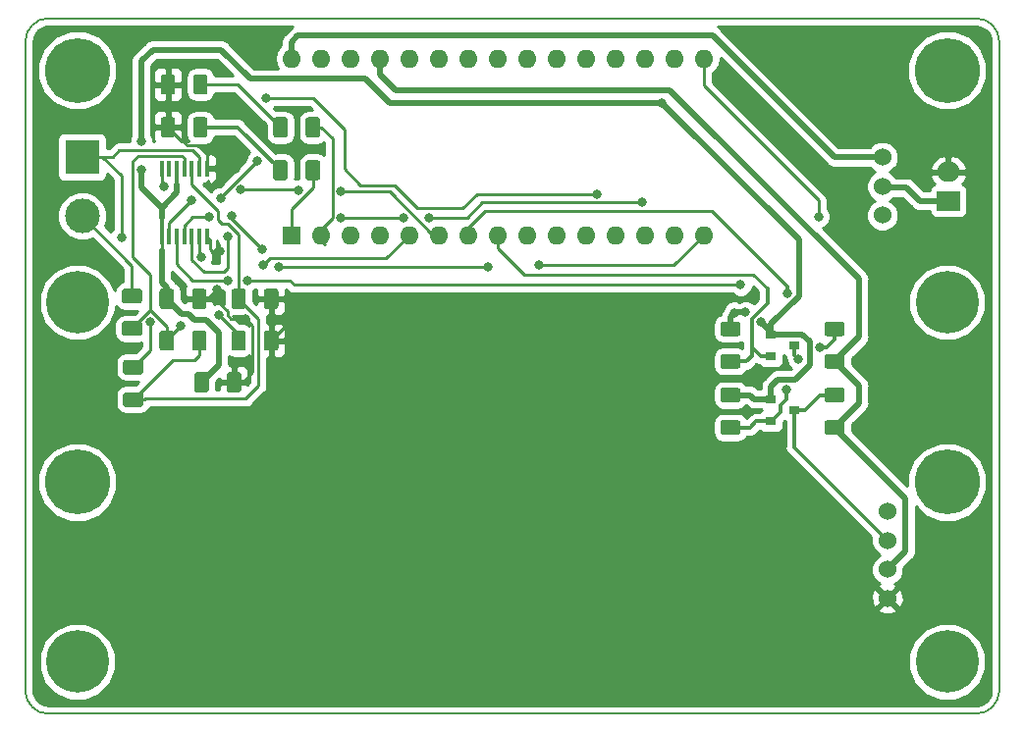
<source format=gbr>
%TF.GenerationSoftware,KiCad,Pcbnew,(5.0.0)*%
%TF.CreationDate,2020-03-04T20:02:55+00:00*%
%TF.ProjectId,Blast Furnace PCB,426C617374204675726E616365205043,rev?*%
%TF.SameCoordinates,Original*%
%TF.FileFunction,Copper,L1,Top,Signal*%
%TF.FilePolarity,Positive*%
%FSLAX46Y46*%
G04 Gerber Fmt 4.6, Leading zero omitted, Abs format (unit mm)*
G04 Created by KiCad (PCBNEW (5.0.0)) date 03/04/20 20:02:55*
%MOMM*%
%LPD*%
G01*
G04 APERTURE LIST*
%ADD10C,0.150000*%
%ADD11C,1.524000*%
%ADD12C,5.600000*%
%ADD13C,5.400000*%
%ADD14R,1.600000X1.600000*%
%ADD15O,1.600000X1.600000*%
%ADD16C,3.000000*%
%ADD17R,3.000000X3.000000*%
%ADD18R,2.000000X1.700000*%
%ADD19O,2.000000X1.700000*%
%ADD20C,1.250000*%
%ADD21R,0.450000X1.450000*%
%ADD22R,0.900000X0.800000*%
%ADD23C,0.800000*%
%ADD24C,0.250000*%
%ADD25C,0.500000*%
%ADD26C,0.300000*%
%ADD27C,0.254000*%
G04 APERTURE END LIST*
D10*
X79100000Y-148600000D02*
G75*
G02X77100000Y-146600000I0J2000000D01*
G01*
X77100000Y-90600000D02*
G75*
G02X79100000Y-88600000I2000000J0D01*
G01*
X159100000Y-88600000D02*
G75*
G02X161100000Y-90600000I0J-2000000D01*
G01*
X161100000Y-146600000D02*
G75*
G02X159100000Y-148600000I-2000000J0D01*
G01*
X77100000Y-90600000D02*
X77100000Y-146600000D01*
X159100000Y-88600000D02*
X79100000Y-88600000D01*
X161100000Y-146600000D02*
X161100000Y-90600000D01*
X79098438Y-148600000D02*
X159100000Y-148600000D01*
D11*
X151450000Y-138650000D03*
X151450000Y-136150000D03*
X151450000Y-133650000D03*
X151450000Y-131150000D03*
D12*
X156600000Y-128600000D03*
X81600000Y-128600000D03*
D13*
X81600000Y-113100000D03*
X156600000Y-113100000D03*
D11*
X151000000Y-100600000D03*
X151000000Y-105600000D03*
X151000000Y-103100000D03*
D14*
X100050000Y-107300000D03*
D15*
X133070000Y-92060000D03*
X102590000Y-107300000D03*
X130530000Y-92060000D03*
X105130000Y-107300000D03*
X127990000Y-92060000D03*
X107670000Y-107300000D03*
X125450000Y-92060000D03*
X110210000Y-107300000D03*
X122910000Y-92060000D03*
X112750000Y-107300000D03*
X120370000Y-92060000D03*
X115290000Y-107300000D03*
X117830000Y-92060000D03*
X117830000Y-107300000D03*
X115290000Y-92060000D03*
X120370000Y-107300000D03*
X112750000Y-92060000D03*
X122910000Y-107300000D03*
X110210000Y-92060000D03*
X125450000Y-107300000D03*
X107670000Y-92060000D03*
X127990000Y-107300000D03*
X105130000Y-92060000D03*
X130530000Y-107300000D03*
X102590000Y-92060000D03*
X133070000Y-107300000D03*
X100050000Y-92060000D03*
X135610000Y-107300000D03*
X135610000Y-92060000D03*
D16*
X82000000Y-105640000D03*
D17*
X82000000Y-100560000D03*
D13*
X156600000Y-144100000D03*
X81600000Y-144100000D03*
D12*
X156600000Y-93100000D03*
X81600000Y-93100000D03*
D18*
X156700000Y-104350000D03*
D19*
X156700000Y-101850000D03*
D10*
G36*
X95499504Y-119126204D02*
X95523773Y-119129804D01*
X95547571Y-119135765D01*
X95570671Y-119144030D01*
X95592849Y-119154520D01*
X95613893Y-119167133D01*
X95633598Y-119181747D01*
X95651777Y-119198223D01*
X95668253Y-119216402D01*
X95682867Y-119236107D01*
X95695480Y-119257151D01*
X95705970Y-119279329D01*
X95714235Y-119302429D01*
X95720196Y-119326227D01*
X95723796Y-119350496D01*
X95725000Y-119375000D01*
X95725000Y-120625000D01*
X95723796Y-120649504D01*
X95720196Y-120673773D01*
X95714235Y-120697571D01*
X95705970Y-120720671D01*
X95695480Y-120742849D01*
X95682867Y-120763893D01*
X95668253Y-120783598D01*
X95651777Y-120801777D01*
X95633598Y-120818253D01*
X95613893Y-120832867D01*
X95592849Y-120845480D01*
X95570671Y-120855970D01*
X95547571Y-120864235D01*
X95523773Y-120870196D01*
X95499504Y-120873796D01*
X95475000Y-120875000D01*
X94725000Y-120875000D01*
X94700496Y-120873796D01*
X94676227Y-120870196D01*
X94652429Y-120864235D01*
X94629329Y-120855970D01*
X94607151Y-120845480D01*
X94586107Y-120832867D01*
X94566402Y-120818253D01*
X94548223Y-120801777D01*
X94531747Y-120783598D01*
X94517133Y-120763893D01*
X94504520Y-120742849D01*
X94494030Y-120720671D01*
X94485765Y-120697571D01*
X94479804Y-120673773D01*
X94476204Y-120649504D01*
X94475000Y-120625000D01*
X94475000Y-119375000D01*
X94476204Y-119350496D01*
X94479804Y-119326227D01*
X94485765Y-119302429D01*
X94494030Y-119279329D01*
X94504520Y-119257151D01*
X94517133Y-119236107D01*
X94531747Y-119216402D01*
X94548223Y-119198223D01*
X94566402Y-119181747D01*
X94586107Y-119167133D01*
X94607151Y-119154520D01*
X94629329Y-119144030D01*
X94652429Y-119135765D01*
X94676227Y-119129804D01*
X94700496Y-119126204D01*
X94725000Y-119125000D01*
X95475000Y-119125000D01*
X95499504Y-119126204D01*
X95499504Y-119126204D01*
G37*
D20*
X95100000Y-120000000D03*
D10*
G36*
X92699504Y-119126204D02*
X92723773Y-119129804D01*
X92747571Y-119135765D01*
X92770671Y-119144030D01*
X92792849Y-119154520D01*
X92813893Y-119167133D01*
X92833598Y-119181747D01*
X92851777Y-119198223D01*
X92868253Y-119216402D01*
X92882867Y-119236107D01*
X92895480Y-119257151D01*
X92905970Y-119279329D01*
X92914235Y-119302429D01*
X92920196Y-119326227D01*
X92923796Y-119350496D01*
X92925000Y-119375000D01*
X92925000Y-120625000D01*
X92923796Y-120649504D01*
X92920196Y-120673773D01*
X92914235Y-120697571D01*
X92905970Y-120720671D01*
X92895480Y-120742849D01*
X92882867Y-120763893D01*
X92868253Y-120783598D01*
X92851777Y-120801777D01*
X92833598Y-120818253D01*
X92813893Y-120832867D01*
X92792849Y-120845480D01*
X92770671Y-120855970D01*
X92747571Y-120864235D01*
X92723773Y-120870196D01*
X92699504Y-120873796D01*
X92675000Y-120875000D01*
X91925000Y-120875000D01*
X91900496Y-120873796D01*
X91876227Y-120870196D01*
X91852429Y-120864235D01*
X91829329Y-120855970D01*
X91807151Y-120845480D01*
X91786107Y-120832867D01*
X91766402Y-120818253D01*
X91748223Y-120801777D01*
X91731747Y-120783598D01*
X91717133Y-120763893D01*
X91704520Y-120742849D01*
X91694030Y-120720671D01*
X91685765Y-120697571D01*
X91679804Y-120673773D01*
X91676204Y-120649504D01*
X91675000Y-120625000D01*
X91675000Y-119375000D01*
X91676204Y-119350496D01*
X91679804Y-119326227D01*
X91685765Y-119302429D01*
X91694030Y-119279329D01*
X91704520Y-119257151D01*
X91717133Y-119236107D01*
X91731747Y-119216402D01*
X91748223Y-119198223D01*
X91766402Y-119181747D01*
X91786107Y-119167133D01*
X91807151Y-119154520D01*
X91829329Y-119144030D01*
X91852429Y-119135765D01*
X91876227Y-119129804D01*
X91900496Y-119126204D01*
X91925000Y-119125000D01*
X92675000Y-119125000D01*
X92699504Y-119126204D01*
X92699504Y-119126204D01*
G37*
D20*
X92300000Y-120000000D03*
D10*
G36*
X89699504Y-115526204D02*
X89723773Y-115529804D01*
X89747571Y-115535765D01*
X89770671Y-115544030D01*
X89792849Y-115554520D01*
X89813893Y-115567133D01*
X89833598Y-115581747D01*
X89851777Y-115598223D01*
X89868253Y-115616402D01*
X89882867Y-115636107D01*
X89895480Y-115657151D01*
X89905970Y-115679329D01*
X89914235Y-115702429D01*
X89920196Y-115726227D01*
X89923796Y-115750496D01*
X89925000Y-115775000D01*
X89925000Y-117025000D01*
X89923796Y-117049504D01*
X89920196Y-117073773D01*
X89914235Y-117097571D01*
X89905970Y-117120671D01*
X89895480Y-117142849D01*
X89882867Y-117163893D01*
X89868253Y-117183598D01*
X89851777Y-117201777D01*
X89833598Y-117218253D01*
X89813893Y-117232867D01*
X89792849Y-117245480D01*
X89770671Y-117255970D01*
X89747571Y-117264235D01*
X89723773Y-117270196D01*
X89699504Y-117273796D01*
X89675000Y-117275000D01*
X88925000Y-117275000D01*
X88900496Y-117273796D01*
X88876227Y-117270196D01*
X88852429Y-117264235D01*
X88829329Y-117255970D01*
X88807151Y-117245480D01*
X88786107Y-117232867D01*
X88766402Y-117218253D01*
X88748223Y-117201777D01*
X88731747Y-117183598D01*
X88717133Y-117163893D01*
X88704520Y-117142849D01*
X88694030Y-117120671D01*
X88685765Y-117097571D01*
X88679804Y-117073773D01*
X88676204Y-117049504D01*
X88675000Y-117025000D01*
X88675000Y-115775000D01*
X88676204Y-115750496D01*
X88679804Y-115726227D01*
X88685765Y-115702429D01*
X88694030Y-115679329D01*
X88704520Y-115657151D01*
X88717133Y-115636107D01*
X88731747Y-115616402D01*
X88748223Y-115598223D01*
X88766402Y-115581747D01*
X88786107Y-115567133D01*
X88807151Y-115554520D01*
X88829329Y-115544030D01*
X88852429Y-115535765D01*
X88876227Y-115529804D01*
X88900496Y-115526204D01*
X88925000Y-115525000D01*
X89675000Y-115525000D01*
X89699504Y-115526204D01*
X89699504Y-115526204D01*
G37*
D20*
X89300000Y-116400000D03*
D10*
G36*
X92499504Y-115526204D02*
X92523773Y-115529804D01*
X92547571Y-115535765D01*
X92570671Y-115544030D01*
X92592849Y-115554520D01*
X92613893Y-115567133D01*
X92633598Y-115581747D01*
X92651777Y-115598223D01*
X92668253Y-115616402D01*
X92682867Y-115636107D01*
X92695480Y-115657151D01*
X92705970Y-115679329D01*
X92714235Y-115702429D01*
X92720196Y-115726227D01*
X92723796Y-115750496D01*
X92725000Y-115775000D01*
X92725000Y-117025000D01*
X92723796Y-117049504D01*
X92720196Y-117073773D01*
X92714235Y-117097571D01*
X92705970Y-117120671D01*
X92695480Y-117142849D01*
X92682867Y-117163893D01*
X92668253Y-117183598D01*
X92651777Y-117201777D01*
X92633598Y-117218253D01*
X92613893Y-117232867D01*
X92592849Y-117245480D01*
X92570671Y-117255970D01*
X92547571Y-117264235D01*
X92523773Y-117270196D01*
X92499504Y-117273796D01*
X92475000Y-117275000D01*
X91725000Y-117275000D01*
X91700496Y-117273796D01*
X91676227Y-117270196D01*
X91652429Y-117264235D01*
X91629329Y-117255970D01*
X91607151Y-117245480D01*
X91586107Y-117232867D01*
X91566402Y-117218253D01*
X91548223Y-117201777D01*
X91531747Y-117183598D01*
X91517133Y-117163893D01*
X91504520Y-117142849D01*
X91494030Y-117120671D01*
X91485765Y-117097571D01*
X91479804Y-117073773D01*
X91476204Y-117049504D01*
X91475000Y-117025000D01*
X91475000Y-115775000D01*
X91476204Y-115750496D01*
X91479804Y-115726227D01*
X91485765Y-115702429D01*
X91494030Y-115679329D01*
X91504520Y-115657151D01*
X91517133Y-115636107D01*
X91531747Y-115616402D01*
X91548223Y-115598223D01*
X91566402Y-115581747D01*
X91586107Y-115567133D01*
X91607151Y-115554520D01*
X91629329Y-115544030D01*
X91652429Y-115535765D01*
X91676227Y-115529804D01*
X91700496Y-115526204D01*
X91725000Y-115525000D01*
X92475000Y-115525000D01*
X92499504Y-115526204D01*
X92499504Y-115526204D01*
G37*
D20*
X92100000Y-116400000D03*
D10*
G36*
X95899504Y-111926204D02*
X95923773Y-111929804D01*
X95947571Y-111935765D01*
X95970671Y-111944030D01*
X95992849Y-111954520D01*
X96013893Y-111967133D01*
X96033598Y-111981747D01*
X96051777Y-111998223D01*
X96068253Y-112016402D01*
X96082867Y-112036107D01*
X96095480Y-112057151D01*
X96105970Y-112079329D01*
X96114235Y-112102429D01*
X96120196Y-112126227D01*
X96123796Y-112150496D01*
X96125000Y-112175000D01*
X96125000Y-113425000D01*
X96123796Y-113449504D01*
X96120196Y-113473773D01*
X96114235Y-113497571D01*
X96105970Y-113520671D01*
X96095480Y-113542849D01*
X96082867Y-113563893D01*
X96068253Y-113583598D01*
X96051777Y-113601777D01*
X96033598Y-113618253D01*
X96013893Y-113632867D01*
X95992849Y-113645480D01*
X95970671Y-113655970D01*
X95947571Y-113664235D01*
X95923773Y-113670196D01*
X95899504Y-113673796D01*
X95875000Y-113675000D01*
X95125000Y-113675000D01*
X95100496Y-113673796D01*
X95076227Y-113670196D01*
X95052429Y-113664235D01*
X95029329Y-113655970D01*
X95007151Y-113645480D01*
X94986107Y-113632867D01*
X94966402Y-113618253D01*
X94948223Y-113601777D01*
X94931747Y-113583598D01*
X94917133Y-113563893D01*
X94904520Y-113542849D01*
X94894030Y-113520671D01*
X94885765Y-113497571D01*
X94879804Y-113473773D01*
X94876204Y-113449504D01*
X94875000Y-113425000D01*
X94875000Y-112175000D01*
X94876204Y-112150496D01*
X94879804Y-112126227D01*
X94885765Y-112102429D01*
X94894030Y-112079329D01*
X94904520Y-112057151D01*
X94917133Y-112036107D01*
X94931747Y-112016402D01*
X94948223Y-111998223D01*
X94966402Y-111981747D01*
X94986107Y-111967133D01*
X95007151Y-111954520D01*
X95029329Y-111944030D01*
X95052429Y-111935765D01*
X95076227Y-111929804D01*
X95100496Y-111926204D01*
X95125000Y-111925000D01*
X95875000Y-111925000D01*
X95899504Y-111926204D01*
X95899504Y-111926204D01*
G37*
D20*
X95500000Y-112800000D03*
D10*
G36*
X98699504Y-111926204D02*
X98723773Y-111929804D01*
X98747571Y-111935765D01*
X98770671Y-111944030D01*
X98792849Y-111954520D01*
X98813893Y-111967133D01*
X98833598Y-111981747D01*
X98851777Y-111998223D01*
X98868253Y-112016402D01*
X98882867Y-112036107D01*
X98895480Y-112057151D01*
X98905970Y-112079329D01*
X98914235Y-112102429D01*
X98920196Y-112126227D01*
X98923796Y-112150496D01*
X98925000Y-112175000D01*
X98925000Y-113425000D01*
X98923796Y-113449504D01*
X98920196Y-113473773D01*
X98914235Y-113497571D01*
X98905970Y-113520671D01*
X98895480Y-113542849D01*
X98882867Y-113563893D01*
X98868253Y-113583598D01*
X98851777Y-113601777D01*
X98833598Y-113618253D01*
X98813893Y-113632867D01*
X98792849Y-113645480D01*
X98770671Y-113655970D01*
X98747571Y-113664235D01*
X98723773Y-113670196D01*
X98699504Y-113673796D01*
X98675000Y-113675000D01*
X97925000Y-113675000D01*
X97900496Y-113673796D01*
X97876227Y-113670196D01*
X97852429Y-113664235D01*
X97829329Y-113655970D01*
X97807151Y-113645480D01*
X97786107Y-113632867D01*
X97766402Y-113618253D01*
X97748223Y-113601777D01*
X97731747Y-113583598D01*
X97717133Y-113563893D01*
X97704520Y-113542849D01*
X97694030Y-113520671D01*
X97685765Y-113497571D01*
X97679804Y-113473773D01*
X97676204Y-113449504D01*
X97675000Y-113425000D01*
X97675000Y-112175000D01*
X97676204Y-112150496D01*
X97679804Y-112126227D01*
X97685765Y-112102429D01*
X97694030Y-112079329D01*
X97704520Y-112057151D01*
X97717133Y-112036107D01*
X97731747Y-112016402D01*
X97748223Y-111998223D01*
X97766402Y-111981747D01*
X97786107Y-111967133D01*
X97807151Y-111954520D01*
X97829329Y-111944030D01*
X97852429Y-111935765D01*
X97876227Y-111929804D01*
X97900496Y-111926204D01*
X97925000Y-111925000D01*
X98675000Y-111925000D01*
X98699504Y-111926204D01*
X98699504Y-111926204D01*
G37*
D20*
X98300000Y-112800000D03*
D10*
G36*
X89699504Y-111926204D02*
X89723773Y-111929804D01*
X89747571Y-111935765D01*
X89770671Y-111944030D01*
X89792849Y-111954520D01*
X89813893Y-111967133D01*
X89833598Y-111981747D01*
X89851777Y-111998223D01*
X89868253Y-112016402D01*
X89882867Y-112036107D01*
X89895480Y-112057151D01*
X89905970Y-112079329D01*
X89914235Y-112102429D01*
X89920196Y-112126227D01*
X89923796Y-112150496D01*
X89925000Y-112175000D01*
X89925000Y-113425000D01*
X89923796Y-113449504D01*
X89920196Y-113473773D01*
X89914235Y-113497571D01*
X89905970Y-113520671D01*
X89895480Y-113542849D01*
X89882867Y-113563893D01*
X89868253Y-113583598D01*
X89851777Y-113601777D01*
X89833598Y-113618253D01*
X89813893Y-113632867D01*
X89792849Y-113645480D01*
X89770671Y-113655970D01*
X89747571Y-113664235D01*
X89723773Y-113670196D01*
X89699504Y-113673796D01*
X89675000Y-113675000D01*
X88925000Y-113675000D01*
X88900496Y-113673796D01*
X88876227Y-113670196D01*
X88852429Y-113664235D01*
X88829329Y-113655970D01*
X88807151Y-113645480D01*
X88786107Y-113632867D01*
X88766402Y-113618253D01*
X88748223Y-113601777D01*
X88731747Y-113583598D01*
X88717133Y-113563893D01*
X88704520Y-113542849D01*
X88694030Y-113520671D01*
X88685765Y-113497571D01*
X88679804Y-113473773D01*
X88676204Y-113449504D01*
X88675000Y-113425000D01*
X88675000Y-112175000D01*
X88676204Y-112150496D01*
X88679804Y-112126227D01*
X88685765Y-112102429D01*
X88694030Y-112079329D01*
X88704520Y-112057151D01*
X88717133Y-112036107D01*
X88731747Y-112016402D01*
X88748223Y-111998223D01*
X88766402Y-111981747D01*
X88786107Y-111967133D01*
X88807151Y-111954520D01*
X88829329Y-111944030D01*
X88852429Y-111935765D01*
X88876227Y-111929804D01*
X88900496Y-111926204D01*
X88925000Y-111925000D01*
X89675000Y-111925000D01*
X89699504Y-111926204D01*
X89699504Y-111926204D01*
G37*
D20*
X89300000Y-112800000D03*
D10*
G36*
X92499504Y-111926204D02*
X92523773Y-111929804D01*
X92547571Y-111935765D01*
X92570671Y-111944030D01*
X92592849Y-111954520D01*
X92613893Y-111967133D01*
X92633598Y-111981747D01*
X92651777Y-111998223D01*
X92668253Y-112016402D01*
X92682867Y-112036107D01*
X92695480Y-112057151D01*
X92705970Y-112079329D01*
X92714235Y-112102429D01*
X92720196Y-112126227D01*
X92723796Y-112150496D01*
X92725000Y-112175000D01*
X92725000Y-113425000D01*
X92723796Y-113449504D01*
X92720196Y-113473773D01*
X92714235Y-113497571D01*
X92705970Y-113520671D01*
X92695480Y-113542849D01*
X92682867Y-113563893D01*
X92668253Y-113583598D01*
X92651777Y-113601777D01*
X92633598Y-113618253D01*
X92613893Y-113632867D01*
X92592849Y-113645480D01*
X92570671Y-113655970D01*
X92547571Y-113664235D01*
X92523773Y-113670196D01*
X92499504Y-113673796D01*
X92475000Y-113675000D01*
X91725000Y-113675000D01*
X91700496Y-113673796D01*
X91676227Y-113670196D01*
X91652429Y-113664235D01*
X91629329Y-113655970D01*
X91607151Y-113645480D01*
X91586107Y-113632867D01*
X91566402Y-113618253D01*
X91548223Y-113601777D01*
X91531747Y-113583598D01*
X91517133Y-113563893D01*
X91504520Y-113542849D01*
X91494030Y-113520671D01*
X91485765Y-113497571D01*
X91479804Y-113473773D01*
X91476204Y-113449504D01*
X91475000Y-113425000D01*
X91475000Y-112175000D01*
X91476204Y-112150496D01*
X91479804Y-112126227D01*
X91485765Y-112102429D01*
X91494030Y-112079329D01*
X91504520Y-112057151D01*
X91517133Y-112036107D01*
X91531747Y-112016402D01*
X91548223Y-111998223D01*
X91566402Y-111981747D01*
X91586107Y-111967133D01*
X91607151Y-111954520D01*
X91629329Y-111944030D01*
X91652429Y-111935765D01*
X91676227Y-111929804D01*
X91700496Y-111926204D01*
X91725000Y-111925000D01*
X92475000Y-111925000D01*
X92499504Y-111926204D01*
X92499504Y-111926204D01*
G37*
D20*
X92100000Y-112800000D03*
D10*
G36*
X98699504Y-115526204D02*
X98723773Y-115529804D01*
X98747571Y-115535765D01*
X98770671Y-115544030D01*
X98792849Y-115554520D01*
X98813893Y-115567133D01*
X98833598Y-115581747D01*
X98851777Y-115598223D01*
X98868253Y-115616402D01*
X98882867Y-115636107D01*
X98895480Y-115657151D01*
X98905970Y-115679329D01*
X98914235Y-115702429D01*
X98920196Y-115726227D01*
X98923796Y-115750496D01*
X98925000Y-115775000D01*
X98925000Y-117025000D01*
X98923796Y-117049504D01*
X98920196Y-117073773D01*
X98914235Y-117097571D01*
X98905970Y-117120671D01*
X98895480Y-117142849D01*
X98882867Y-117163893D01*
X98868253Y-117183598D01*
X98851777Y-117201777D01*
X98833598Y-117218253D01*
X98813893Y-117232867D01*
X98792849Y-117245480D01*
X98770671Y-117255970D01*
X98747571Y-117264235D01*
X98723773Y-117270196D01*
X98699504Y-117273796D01*
X98675000Y-117275000D01*
X97925000Y-117275000D01*
X97900496Y-117273796D01*
X97876227Y-117270196D01*
X97852429Y-117264235D01*
X97829329Y-117255970D01*
X97807151Y-117245480D01*
X97786107Y-117232867D01*
X97766402Y-117218253D01*
X97748223Y-117201777D01*
X97731747Y-117183598D01*
X97717133Y-117163893D01*
X97704520Y-117142849D01*
X97694030Y-117120671D01*
X97685765Y-117097571D01*
X97679804Y-117073773D01*
X97676204Y-117049504D01*
X97675000Y-117025000D01*
X97675000Y-115775000D01*
X97676204Y-115750496D01*
X97679804Y-115726227D01*
X97685765Y-115702429D01*
X97694030Y-115679329D01*
X97704520Y-115657151D01*
X97717133Y-115636107D01*
X97731747Y-115616402D01*
X97748223Y-115598223D01*
X97766402Y-115581747D01*
X97786107Y-115567133D01*
X97807151Y-115554520D01*
X97829329Y-115544030D01*
X97852429Y-115535765D01*
X97876227Y-115529804D01*
X97900496Y-115526204D01*
X97925000Y-115525000D01*
X98675000Y-115525000D01*
X98699504Y-115526204D01*
X98699504Y-115526204D01*
G37*
D20*
X98300000Y-116400000D03*
D10*
G36*
X95899504Y-115526204D02*
X95923773Y-115529804D01*
X95947571Y-115535765D01*
X95970671Y-115544030D01*
X95992849Y-115554520D01*
X96013893Y-115567133D01*
X96033598Y-115581747D01*
X96051777Y-115598223D01*
X96068253Y-115616402D01*
X96082867Y-115636107D01*
X96095480Y-115657151D01*
X96105970Y-115679329D01*
X96114235Y-115702429D01*
X96120196Y-115726227D01*
X96123796Y-115750496D01*
X96125000Y-115775000D01*
X96125000Y-117025000D01*
X96123796Y-117049504D01*
X96120196Y-117073773D01*
X96114235Y-117097571D01*
X96105970Y-117120671D01*
X96095480Y-117142849D01*
X96082867Y-117163893D01*
X96068253Y-117183598D01*
X96051777Y-117201777D01*
X96033598Y-117218253D01*
X96013893Y-117232867D01*
X95992849Y-117245480D01*
X95970671Y-117255970D01*
X95947571Y-117264235D01*
X95923773Y-117270196D01*
X95899504Y-117273796D01*
X95875000Y-117275000D01*
X95125000Y-117275000D01*
X95100496Y-117273796D01*
X95076227Y-117270196D01*
X95052429Y-117264235D01*
X95029329Y-117255970D01*
X95007151Y-117245480D01*
X94986107Y-117232867D01*
X94966402Y-117218253D01*
X94948223Y-117201777D01*
X94931747Y-117183598D01*
X94917133Y-117163893D01*
X94904520Y-117142849D01*
X94894030Y-117120671D01*
X94885765Y-117097571D01*
X94879804Y-117073773D01*
X94876204Y-117049504D01*
X94875000Y-117025000D01*
X94875000Y-115775000D01*
X94876204Y-115750496D01*
X94879804Y-115726227D01*
X94885765Y-115702429D01*
X94894030Y-115679329D01*
X94904520Y-115657151D01*
X94917133Y-115636107D01*
X94931747Y-115616402D01*
X94948223Y-115598223D01*
X94966402Y-115581747D01*
X94986107Y-115567133D01*
X95007151Y-115554520D01*
X95029329Y-115544030D01*
X95052429Y-115535765D01*
X95076227Y-115529804D01*
X95100496Y-115526204D01*
X95125000Y-115525000D01*
X95875000Y-115525000D01*
X95899504Y-115526204D01*
X95899504Y-115526204D01*
G37*
D20*
X95500000Y-116400000D03*
D10*
G36*
X92599504Y-97126204D02*
X92623773Y-97129804D01*
X92647571Y-97135765D01*
X92670671Y-97144030D01*
X92692849Y-97154520D01*
X92713893Y-97167133D01*
X92733598Y-97181747D01*
X92751777Y-97198223D01*
X92768253Y-97216402D01*
X92782867Y-97236107D01*
X92795480Y-97257151D01*
X92805970Y-97279329D01*
X92814235Y-97302429D01*
X92820196Y-97326227D01*
X92823796Y-97350496D01*
X92825000Y-97375000D01*
X92825000Y-98625000D01*
X92823796Y-98649504D01*
X92820196Y-98673773D01*
X92814235Y-98697571D01*
X92805970Y-98720671D01*
X92795480Y-98742849D01*
X92782867Y-98763893D01*
X92768253Y-98783598D01*
X92751777Y-98801777D01*
X92733598Y-98818253D01*
X92713893Y-98832867D01*
X92692849Y-98845480D01*
X92670671Y-98855970D01*
X92647571Y-98864235D01*
X92623773Y-98870196D01*
X92599504Y-98873796D01*
X92575000Y-98875000D01*
X91825000Y-98875000D01*
X91800496Y-98873796D01*
X91776227Y-98870196D01*
X91752429Y-98864235D01*
X91729329Y-98855970D01*
X91707151Y-98845480D01*
X91686107Y-98832867D01*
X91666402Y-98818253D01*
X91648223Y-98801777D01*
X91631747Y-98783598D01*
X91617133Y-98763893D01*
X91604520Y-98742849D01*
X91594030Y-98720671D01*
X91585765Y-98697571D01*
X91579804Y-98673773D01*
X91576204Y-98649504D01*
X91575000Y-98625000D01*
X91575000Y-97375000D01*
X91576204Y-97350496D01*
X91579804Y-97326227D01*
X91585765Y-97302429D01*
X91594030Y-97279329D01*
X91604520Y-97257151D01*
X91617133Y-97236107D01*
X91631747Y-97216402D01*
X91648223Y-97198223D01*
X91666402Y-97181747D01*
X91686107Y-97167133D01*
X91707151Y-97154520D01*
X91729329Y-97144030D01*
X91752429Y-97135765D01*
X91776227Y-97129804D01*
X91800496Y-97126204D01*
X91825000Y-97125000D01*
X92575000Y-97125000D01*
X92599504Y-97126204D01*
X92599504Y-97126204D01*
G37*
D20*
X92200000Y-98000000D03*
D10*
G36*
X89799504Y-97126204D02*
X89823773Y-97129804D01*
X89847571Y-97135765D01*
X89870671Y-97144030D01*
X89892849Y-97154520D01*
X89913893Y-97167133D01*
X89933598Y-97181747D01*
X89951777Y-97198223D01*
X89968253Y-97216402D01*
X89982867Y-97236107D01*
X89995480Y-97257151D01*
X90005970Y-97279329D01*
X90014235Y-97302429D01*
X90020196Y-97326227D01*
X90023796Y-97350496D01*
X90025000Y-97375000D01*
X90025000Y-98625000D01*
X90023796Y-98649504D01*
X90020196Y-98673773D01*
X90014235Y-98697571D01*
X90005970Y-98720671D01*
X89995480Y-98742849D01*
X89982867Y-98763893D01*
X89968253Y-98783598D01*
X89951777Y-98801777D01*
X89933598Y-98818253D01*
X89913893Y-98832867D01*
X89892849Y-98845480D01*
X89870671Y-98855970D01*
X89847571Y-98864235D01*
X89823773Y-98870196D01*
X89799504Y-98873796D01*
X89775000Y-98875000D01*
X89025000Y-98875000D01*
X89000496Y-98873796D01*
X88976227Y-98870196D01*
X88952429Y-98864235D01*
X88929329Y-98855970D01*
X88907151Y-98845480D01*
X88886107Y-98832867D01*
X88866402Y-98818253D01*
X88848223Y-98801777D01*
X88831747Y-98783598D01*
X88817133Y-98763893D01*
X88804520Y-98742849D01*
X88794030Y-98720671D01*
X88785765Y-98697571D01*
X88779804Y-98673773D01*
X88776204Y-98649504D01*
X88775000Y-98625000D01*
X88775000Y-97375000D01*
X88776204Y-97350496D01*
X88779804Y-97326227D01*
X88785765Y-97302429D01*
X88794030Y-97279329D01*
X88804520Y-97257151D01*
X88817133Y-97236107D01*
X88831747Y-97216402D01*
X88848223Y-97198223D01*
X88866402Y-97181747D01*
X88886107Y-97167133D01*
X88907151Y-97154520D01*
X88929329Y-97144030D01*
X88952429Y-97135765D01*
X88976227Y-97129804D01*
X89000496Y-97126204D01*
X89025000Y-97125000D01*
X89775000Y-97125000D01*
X89799504Y-97126204D01*
X89799504Y-97126204D01*
G37*
D20*
X89400000Y-98000000D03*
D10*
G36*
X89799504Y-93426204D02*
X89823773Y-93429804D01*
X89847571Y-93435765D01*
X89870671Y-93444030D01*
X89892849Y-93454520D01*
X89913893Y-93467133D01*
X89933598Y-93481747D01*
X89951777Y-93498223D01*
X89968253Y-93516402D01*
X89982867Y-93536107D01*
X89995480Y-93557151D01*
X90005970Y-93579329D01*
X90014235Y-93602429D01*
X90020196Y-93626227D01*
X90023796Y-93650496D01*
X90025000Y-93675000D01*
X90025000Y-94925000D01*
X90023796Y-94949504D01*
X90020196Y-94973773D01*
X90014235Y-94997571D01*
X90005970Y-95020671D01*
X89995480Y-95042849D01*
X89982867Y-95063893D01*
X89968253Y-95083598D01*
X89951777Y-95101777D01*
X89933598Y-95118253D01*
X89913893Y-95132867D01*
X89892849Y-95145480D01*
X89870671Y-95155970D01*
X89847571Y-95164235D01*
X89823773Y-95170196D01*
X89799504Y-95173796D01*
X89775000Y-95175000D01*
X89025000Y-95175000D01*
X89000496Y-95173796D01*
X88976227Y-95170196D01*
X88952429Y-95164235D01*
X88929329Y-95155970D01*
X88907151Y-95145480D01*
X88886107Y-95132867D01*
X88866402Y-95118253D01*
X88848223Y-95101777D01*
X88831747Y-95083598D01*
X88817133Y-95063893D01*
X88804520Y-95042849D01*
X88794030Y-95020671D01*
X88785765Y-94997571D01*
X88779804Y-94973773D01*
X88776204Y-94949504D01*
X88775000Y-94925000D01*
X88775000Y-93675000D01*
X88776204Y-93650496D01*
X88779804Y-93626227D01*
X88785765Y-93602429D01*
X88794030Y-93579329D01*
X88804520Y-93557151D01*
X88817133Y-93536107D01*
X88831747Y-93516402D01*
X88848223Y-93498223D01*
X88866402Y-93481747D01*
X88886107Y-93467133D01*
X88907151Y-93454520D01*
X88929329Y-93444030D01*
X88952429Y-93435765D01*
X88976227Y-93429804D01*
X89000496Y-93426204D01*
X89025000Y-93425000D01*
X89775000Y-93425000D01*
X89799504Y-93426204D01*
X89799504Y-93426204D01*
G37*
D20*
X89400000Y-94300000D03*
D10*
G36*
X92599504Y-93426204D02*
X92623773Y-93429804D01*
X92647571Y-93435765D01*
X92670671Y-93444030D01*
X92692849Y-93454520D01*
X92713893Y-93467133D01*
X92733598Y-93481747D01*
X92751777Y-93498223D01*
X92768253Y-93516402D01*
X92782867Y-93536107D01*
X92795480Y-93557151D01*
X92805970Y-93579329D01*
X92814235Y-93602429D01*
X92820196Y-93626227D01*
X92823796Y-93650496D01*
X92825000Y-93675000D01*
X92825000Y-94925000D01*
X92823796Y-94949504D01*
X92820196Y-94973773D01*
X92814235Y-94997571D01*
X92805970Y-95020671D01*
X92795480Y-95042849D01*
X92782867Y-95063893D01*
X92768253Y-95083598D01*
X92751777Y-95101777D01*
X92733598Y-95118253D01*
X92713893Y-95132867D01*
X92692849Y-95145480D01*
X92670671Y-95155970D01*
X92647571Y-95164235D01*
X92623773Y-95170196D01*
X92599504Y-95173796D01*
X92575000Y-95175000D01*
X91825000Y-95175000D01*
X91800496Y-95173796D01*
X91776227Y-95170196D01*
X91752429Y-95164235D01*
X91729329Y-95155970D01*
X91707151Y-95145480D01*
X91686107Y-95132867D01*
X91666402Y-95118253D01*
X91648223Y-95101777D01*
X91631747Y-95083598D01*
X91617133Y-95063893D01*
X91604520Y-95042849D01*
X91594030Y-95020671D01*
X91585765Y-94997571D01*
X91579804Y-94973773D01*
X91576204Y-94949504D01*
X91575000Y-94925000D01*
X91575000Y-93675000D01*
X91576204Y-93650496D01*
X91579804Y-93626227D01*
X91585765Y-93602429D01*
X91594030Y-93579329D01*
X91604520Y-93557151D01*
X91617133Y-93536107D01*
X91631747Y-93516402D01*
X91648223Y-93498223D01*
X91666402Y-93481747D01*
X91686107Y-93467133D01*
X91707151Y-93454520D01*
X91729329Y-93444030D01*
X91752429Y-93435765D01*
X91776227Y-93429804D01*
X91800496Y-93426204D01*
X91825000Y-93425000D01*
X92575000Y-93425000D01*
X92599504Y-93426204D01*
X92599504Y-93426204D01*
G37*
D20*
X92200000Y-94300000D03*
D10*
G36*
X102299504Y-100826204D02*
X102323773Y-100829804D01*
X102347571Y-100835765D01*
X102370671Y-100844030D01*
X102392849Y-100854520D01*
X102413893Y-100867133D01*
X102433598Y-100881747D01*
X102451777Y-100898223D01*
X102468253Y-100916402D01*
X102482867Y-100936107D01*
X102495480Y-100957151D01*
X102505970Y-100979329D01*
X102514235Y-101002429D01*
X102520196Y-101026227D01*
X102523796Y-101050496D01*
X102525000Y-101075000D01*
X102525000Y-102325000D01*
X102523796Y-102349504D01*
X102520196Y-102373773D01*
X102514235Y-102397571D01*
X102505970Y-102420671D01*
X102495480Y-102442849D01*
X102482867Y-102463893D01*
X102468253Y-102483598D01*
X102451777Y-102501777D01*
X102433598Y-102518253D01*
X102413893Y-102532867D01*
X102392849Y-102545480D01*
X102370671Y-102555970D01*
X102347571Y-102564235D01*
X102323773Y-102570196D01*
X102299504Y-102573796D01*
X102275000Y-102575000D01*
X101525000Y-102575000D01*
X101500496Y-102573796D01*
X101476227Y-102570196D01*
X101452429Y-102564235D01*
X101429329Y-102555970D01*
X101407151Y-102545480D01*
X101386107Y-102532867D01*
X101366402Y-102518253D01*
X101348223Y-102501777D01*
X101331747Y-102483598D01*
X101317133Y-102463893D01*
X101304520Y-102442849D01*
X101294030Y-102420671D01*
X101285765Y-102397571D01*
X101279804Y-102373773D01*
X101276204Y-102349504D01*
X101275000Y-102325000D01*
X101275000Y-101075000D01*
X101276204Y-101050496D01*
X101279804Y-101026227D01*
X101285765Y-101002429D01*
X101294030Y-100979329D01*
X101304520Y-100957151D01*
X101317133Y-100936107D01*
X101331747Y-100916402D01*
X101348223Y-100898223D01*
X101366402Y-100881747D01*
X101386107Y-100867133D01*
X101407151Y-100854520D01*
X101429329Y-100844030D01*
X101452429Y-100835765D01*
X101476227Y-100829804D01*
X101500496Y-100826204D01*
X101525000Y-100825000D01*
X102275000Y-100825000D01*
X102299504Y-100826204D01*
X102299504Y-100826204D01*
G37*
D20*
X101900000Y-101700000D03*
D10*
G36*
X99499504Y-100826204D02*
X99523773Y-100829804D01*
X99547571Y-100835765D01*
X99570671Y-100844030D01*
X99592849Y-100854520D01*
X99613893Y-100867133D01*
X99633598Y-100881747D01*
X99651777Y-100898223D01*
X99668253Y-100916402D01*
X99682867Y-100936107D01*
X99695480Y-100957151D01*
X99705970Y-100979329D01*
X99714235Y-101002429D01*
X99720196Y-101026227D01*
X99723796Y-101050496D01*
X99725000Y-101075000D01*
X99725000Y-102325000D01*
X99723796Y-102349504D01*
X99720196Y-102373773D01*
X99714235Y-102397571D01*
X99705970Y-102420671D01*
X99695480Y-102442849D01*
X99682867Y-102463893D01*
X99668253Y-102483598D01*
X99651777Y-102501777D01*
X99633598Y-102518253D01*
X99613893Y-102532867D01*
X99592849Y-102545480D01*
X99570671Y-102555970D01*
X99547571Y-102564235D01*
X99523773Y-102570196D01*
X99499504Y-102573796D01*
X99475000Y-102575000D01*
X98725000Y-102575000D01*
X98700496Y-102573796D01*
X98676227Y-102570196D01*
X98652429Y-102564235D01*
X98629329Y-102555970D01*
X98607151Y-102545480D01*
X98586107Y-102532867D01*
X98566402Y-102518253D01*
X98548223Y-102501777D01*
X98531747Y-102483598D01*
X98517133Y-102463893D01*
X98504520Y-102442849D01*
X98494030Y-102420671D01*
X98485765Y-102397571D01*
X98479804Y-102373773D01*
X98476204Y-102349504D01*
X98475000Y-102325000D01*
X98475000Y-101075000D01*
X98476204Y-101050496D01*
X98479804Y-101026227D01*
X98485765Y-101002429D01*
X98494030Y-100979329D01*
X98504520Y-100957151D01*
X98517133Y-100936107D01*
X98531747Y-100916402D01*
X98548223Y-100898223D01*
X98566402Y-100881747D01*
X98586107Y-100867133D01*
X98607151Y-100854520D01*
X98629329Y-100844030D01*
X98652429Y-100835765D01*
X98676227Y-100829804D01*
X98700496Y-100826204D01*
X98725000Y-100825000D01*
X99475000Y-100825000D01*
X99499504Y-100826204D01*
X99499504Y-100826204D01*
G37*
D20*
X99100000Y-101700000D03*
D10*
G36*
X99499504Y-97126204D02*
X99523773Y-97129804D01*
X99547571Y-97135765D01*
X99570671Y-97144030D01*
X99592849Y-97154520D01*
X99613893Y-97167133D01*
X99633598Y-97181747D01*
X99651777Y-97198223D01*
X99668253Y-97216402D01*
X99682867Y-97236107D01*
X99695480Y-97257151D01*
X99705970Y-97279329D01*
X99714235Y-97302429D01*
X99720196Y-97326227D01*
X99723796Y-97350496D01*
X99725000Y-97375000D01*
X99725000Y-98625000D01*
X99723796Y-98649504D01*
X99720196Y-98673773D01*
X99714235Y-98697571D01*
X99705970Y-98720671D01*
X99695480Y-98742849D01*
X99682867Y-98763893D01*
X99668253Y-98783598D01*
X99651777Y-98801777D01*
X99633598Y-98818253D01*
X99613893Y-98832867D01*
X99592849Y-98845480D01*
X99570671Y-98855970D01*
X99547571Y-98864235D01*
X99523773Y-98870196D01*
X99499504Y-98873796D01*
X99475000Y-98875000D01*
X98725000Y-98875000D01*
X98700496Y-98873796D01*
X98676227Y-98870196D01*
X98652429Y-98864235D01*
X98629329Y-98855970D01*
X98607151Y-98845480D01*
X98586107Y-98832867D01*
X98566402Y-98818253D01*
X98548223Y-98801777D01*
X98531747Y-98783598D01*
X98517133Y-98763893D01*
X98504520Y-98742849D01*
X98494030Y-98720671D01*
X98485765Y-98697571D01*
X98479804Y-98673773D01*
X98476204Y-98649504D01*
X98475000Y-98625000D01*
X98475000Y-97375000D01*
X98476204Y-97350496D01*
X98479804Y-97326227D01*
X98485765Y-97302429D01*
X98494030Y-97279329D01*
X98504520Y-97257151D01*
X98517133Y-97236107D01*
X98531747Y-97216402D01*
X98548223Y-97198223D01*
X98566402Y-97181747D01*
X98586107Y-97167133D01*
X98607151Y-97154520D01*
X98629329Y-97144030D01*
X98652429Y-97135765D01*
X98676227Y-97129804D01*
X98700496Y-97126204D01*
X98725000Y-97125000D01*
X99475000Y-97125000D01*
X99499504Y-97126204D01*
X99499504Y-97126204D01*
G37*
D20*
X99100000Y-98000000D03*
D10*
G36*
X102299504Y-97126204D02*
X102323773Y-97129804D01*
X102347571Y-97135765D01*
X102370671Y-97144030D01*
X102392849Y-97154520D01*
X102413893Y-97167133D01*
X102433598Y-97181747D01*
X102451777Y-97198223D01*
X102468253Y-97216402D01*
X102482867Y-97236107D01*
X102495480Y-97257151D01*
X102505970Y-97279329D01*
X102514235Y-97302429D01*
X102520196Y-97326227D01*
X102523796Y-97350496D01*
X102525000Y-97375000D01*
X102525000Y-98625000D01*
X102523796Y-98649504D01*
X102520196Y-98673773D01*
X102514235Y-98697571D01*
X102505970Y-98720671D01*
X102495480Y-98742849D01*
X102482867Y-98763893D01*
X102468253Y-98783598D01*
X102451777Y-98801777D01*
X102433598Y-98818253D01*
X102413893Y-98832867D01*
X102392849Y-98845480D01*
X102370671Y-98855970D01*
X102347571Y-98864235D01*
X102323773Y-98870196D01*
X102299504Y-98873796D01*
X102275000Y-98875000D01*
X101525000Y-98875000D01*
X101500496Y-98873796D01*
X101476227Y-98870196D01*
X101452429Y-98864235D01*
X101429329Y-98855970D01*
X101407151Y-98845480D01*
X101386107Y-98832867D01*
X101366402Y-98818253D01*
X101348223Y-98801777D01*
X101331747Y-98783598D01*
X101317133Y-98763893D01*
X101304520Y-98742849D01*
X101294030Y-98720671D01*
X101285765Y-98697571D01*
X101279804Y-98673773D01*
X101276204Y-98649504D01*
X101275000Y-98625000D01*
X101275000Y-97375000D01*
X101276204Y-97350496D01*
X101279804Y-97326227D01*
X101285765Y-97302429D01*
X101294030Y-97279329D01*
X101304520Y-97257151D01*
X101317133Y-97236107D01*
X101331747Y-97216402D01*
X101348223Y-97198223D01*
X101366402Y-97181747D01*
X101386107Y-97167133D01*
X101407151Y-97154520D01*
X101429329Y-97144030D01*
X101452429Y-97135765D01*
X101476227Y-97129804D01*
X101500496Y-97126204D01*
X101525000Y-97125000D01*
X102275000Y-97125000D01*
X102299504Y-97126204D01*
X102299504Y-97126204D01*
G37*
D20*
X101900000Y-98000000D03*
D21*
X92750000Y-101550000D03*
X92100000Y-101550000D03*
X91450000Y-101550000D03*
X90800000Y-101550000D03*
X90150000Y-101550000D03*
X89500000Y-101550000D03*
X88850000Y-101550000D03*
X88850000Y-107450000D03*
X89500000Y-107450000D03*
X90150000Y-107450000D03*
X90800000Y-107450000D03*
X91450000Y-107450000D03*
X92100000Y-107450000D03*
X92750000Y-107450000D03*
D10*
G36*
X86949504Y-111936204D02*
X86973773Y-111939804D01*
X86997571Y-111945765D01*
X87020671Y-111954030D01*
X87042849Y-111964520D01*
X87063893Y-111977133D01*
X87083598Y-111991747D01*
X87101777Y-112008223D01*
X87118253Y-112026402D01*
X87132867Y-112046107D01*
X87145480Y-112067151D01*
X87155970Y-112089329D01*
X87164235Y-112112429D01*
X87170196Y-112136227D01*
X87173796Y-112160496D01*
X87175000Y-112185000D01*
X87175000Y-112935000D01*
X87173796Y-112959504D01*
X87170196Y-112983773D01*
X87164235Y-113007571D01*
X87155970Y-113030671D01*
X87145480Y-113052849D01*
X87132867Y-113073893D01*
X87118253Y-113093598D01*
X87101777Y-113111777D01*
X87083598Y-113128253D01*
X87063893Y-113142867D01*
X87042849Y-113155480D01*
X87020671Y-113165970D01*
X86997571Y-113174235D01*
X86973773Y-113180196D01*
X86949504Y-113183796D01*
X86925000Y-113185000D01*
X85675000Y-113185000D01*
X85650496Y-113183796D01*
X85626227Y-113180196D01*
X85602429Y-113174235D01*
X85579329Y-113165970D01*
X85557151Y-113155480D01*
X85536107Y-113142867D01*
X85516402Y-113128253D01*
X85498223Y-113111777D01*
X85481747Y-113093598D01*
X85467133Y-113073893D01*
X85454520Y-113052849D01*
X85444030Y-113030671D01*
X85435765Y-113007571D01*
X85429804Y-112983773D01*
X85426204Y-112959504D01*
X85425000Y-112935000D01*
X85425000Y-112185000D01*
X85426204Y-112160496D01*
X85429804Y-112136227D01*
X85435765Y-112112429D01*
X85444030Y-112089329D01*
X85454520Y-112067151D01*
X85467133Y-112046107D01*
X85481747Y-112026402D01*
X85498223Y-112008223D01*
X85516402Y-111991747D01*
X85536107Y-111977133D01*
X85557151Y-111964520D01*
X85579329Y-111954030D01*
X85602429Y-111945765D01*
X85626227Y-111939804D01*
X85650496Y-111936204D01*
X85675000Y-111935000D01*
X86925000Y-111935000D01*
X86949504Y-111936204D01*
X86949504Y-111936204D01*
G37*
D20*
X86300000Y-112560000D03*
D10*
G36*
X86949504Y-114736204D02*
X86973773Y-114739804D01*
X86997571Y-114745765D01*
X87020671Y-114754030D01*
X87042849Y-114764520D01*
X87063893Y-114777133D01*
X87083598Y-114791747D01*
X87101777Y-114808223D01*
X87118253Y-114826402D01*
X87132867Y-114846107D01*
X87145480Y-114867151D01*
X87155970Y-114889329D01*
X87164235Y-114912429D01*
X87170196Y-114936227D01*
X87173796Y-114960496D01*
X87175000Y-114985000D01*
X87175000Y-115735000D01*
X87173796Y-115759504D01*
X87170196Y-115783773D01*
X87164235Y-115807571D01*
X87155970Y-115830671D01*
X87145480Y-115852849D01*
X87132867Y-115873893D01*
X87118253Y-115893598D01*
X87101777Y-115911777D01*
X87083598Y-115928253D01*
X87063893Y-115942867D01*
X87042849Y-115955480D01*
X87020671Y-115965970D01*
X86997571Y-115974235D01*
X86973773Y-115980196D01*
X86949504Y-115983796D01*
X86925000Y-115985000D01*
X85675000Y-115985000D01*
X85650496Y-115983796D01*
X85626227Y-115980196D01*
X85602429Y-115974235D01*
X85579329Y-115965970D01*
X85557151Y-115955480D01*
X85536107Y-115942867D01*
X85516402Y-115928253D01*
X85498223Y-115911777D01*
X85481747Y-115893598D01*
X85467133Y-115873893D01*
X85454520Y-115852849D01*
X85444030Y-115830671D01*
X85435765Y-115807571D01*
X85429804Y-115783773D01*
X85426204Y-115759504D01*
X85425000Y-115735000D01*
X85425000Y-114985000D01*
X85426204Y-114960496D01*
X85429804Y-114936227D01*
X85435765Y-114912429D01*
X85444030Y-114889329D01*
X85454520Y-114867151D01*
X85467133Y-114846107D01*
X85481747Y-114826402D01*
X85498223Y-114808223D01*
X85516402Y-114791747D01*
X85536107Y-114777133D01*
X85557151Y-114764520D01*
X85579329Y-114754030D01*
X85602429Y-114745765D01*
X85626227Y-114739804D01*
X85650496Y-114736204D01*
X85675000Y-114735000D01*
X86925000Y-114735000D01*
X86949504Y-114736204D01*
X86949504Y-114736204D01*
G37*
D20*
X86300000Y-115360000D03*
D10*
G36*
X87049504Y-120876204D02*
X87073773Y-120879804D01*
X87097571Y-120885765D01*
X87120671Y-120894030D01*
X87142849Y-120904520D01*
X87163893Y-120917133D01*
X87183598Y-120931747D01*
X87201777Y-120948223D01*
X87218253Y-120966402D01*
X87232867Y-120986107D01*
X87245480Y-121007151D01*
X87255970Y-121029329D01*
X87264235Y-121052429D01*
X87270196Y-121076227D01*
X87273796Y-121100496D01*
X87275000Y-121125000D01*
X87275000Y-121875000D01*
X87273796Y-121899504D01*
X87270196Y-121923773D01*
X87264235Y-121947571D01*
X87255970Y-121970671D01*
X87245480Y-121992849D01*
X87232867Y-122013893D01*
X87218253Y-122033598D01*
X87201777Y-122051777D01*
X87183598Y-122068253D01*
X87163893Y-122082867D01*
X87142849Y-122095480D01*
X87120671Y-122105970D01*
X87097571Y-122114235D01*
X87073773Y-122120196D01*
X87049504Y-122123796D01*
X87025000Y-122125000D01*
X85775000Y-122125000D01*
X85750496Y-122123796D01*
X85726227Y-122120196D01*
X85702429Y-122114235D01*
X85679329Y-122105970D01*
X85657151Y-122095480D01*
X85636107Y-122082867D01*
X85616402Y-122068253D01*
X85598223Y-122051777D01*
X85581747Y-122033598D01*
X85567133Y-122013893D01*
X85554520Y-121992849D01*
X85544030Y-121970671D01*
X85535765Y-121947571D01*
X85529804Y-121923773D01*
X85526204Y-121899504D01*
X85525000Y-121875000D01*
X85525000Y-121125000D01*
X85526204Y-121100496D01*
X85529804Y-121076227D01*
X85535765Y-121052429D01*
X85544030Y-121029329D01*
X85554520Y-121007151D01*
X85567133Y-120986107D01*
X85581747Y-120966402D01*
X85598223Y-120948223D01*
X85616402Y-120931747D01*
X85636107Y-120917133D01*
X85657151Y-120904520D01*
X85679329Y-120894030D01*
X85702429Y-120885765D01*
X85726227Y-120879804D01*
X85750496Y-120876204D01*
X85775000Y-120875000D01*
X87025000Y-120875000D01*
X87049504Y-120876204D01*
X87049504Y-120876204D01*
G37*
D20*
X86400000Y-121500000D03*
D10*
G36*
X87049504Y-118076204D02*
X87073773Y-118079804D01*
X87097571Y-118085765D01*
X87120671Y-118094030D01*
X87142849Y-118104520D01*
X87163893Y-118117133D01*
X87183598Y-118131747D01*
X87201777Y-118148223D01*
X87218253Y-118166402D01*
X87232867Y-118186107D01*
X87245480Y-118207151D01*
X87255970Y-118229329D01*
X87264235Y-118252429D01*
X87270196Y-118276227D01*
X87273796Y-118300496D01*
X87275000Y-118325000D01*
X87275000Y-119075000D01*
X87273796Y-119099504D01*
X87270196Y-119123773D01*
X87264235Y-119147571D01*
X87255970Y-119170671D01*
X87245480Y-119192849D01*
X87232867Y-119213893D01*
X87218253Y-119233598D01*
X87201777Y-119251777D01*
X87183598Y-119268253D01*
X87163893Y-119282867D01*
X87142849Y-119295480D01*
X87120671Y-119305970D01*
X87097571Y-119314235D01*
X87073773Y-119320196D01*
X87049504Y-119323796D01*
X87025000Y-119325000D01*
X85775000Y-119325000D01*
X85750496Y-119323796D01*
X85726227Y-119320196D01*
X85702429Y-119314235D01*
X85679329Y-119305970D01*
X85657151Y-119295480D01*
X85636107Y-119282867D01*
X85616402Y-119268253D01*
X85598223Y-119251777D01*
X85581747Y-119233598D01*
X85567133Y-119213893D01*
X85554520Y-119192849D01*
X85544030Y-119170671D01*
X85535765Y-119147571D01*
X85529804Y-119123773D01*
X85526204Y-119099504D01*
X85525000Y-119075000D01*
X85525000Y-118325000D01*
X85526204Y-118300496D01*
X85529804Y-118276227D01*
X85535765Y-118252429D01*
X85544030Y-118229329D01*
X85554520Y-118207151D01*
X85567133Y-118186107D01*
X85581747Y-118166402D01*
X85598223Y-118148223D01*
X85616402Y-118131747D01*
X85636107Y-118117133D01*
X85657151Y-118104520D01*
X85679329Y-118094030D01*
X85702429Y-118085765D01*
X85726227Y-118079804D01*
X85750496Y-118076204D01*
X85775000Y-118075000D01*
X87025000Y-118075000D01*
X87049504Y-118076204D01*
X87049504Y-118076204D01*
G37*
D20*
X86400000Y-118700000D03*
D22*
X143400000Y-116800000D03*
X141400000Y-117750000D03*
X141400000Y-115850000D03*
X143400000Y-122400000D03*
X141400000Y-123350000D03*
X141400000Y-121450000D03*
D10*
G36*
X138549504Y-117576204D02*
X138573773Y-117579804D01*
X138597571Y-117585765D01*
X138620671Y-117594030D01*
X138642849Y-117604520D01*
X138663893Y-117617133D01*
X138683598Y-117631747D01*
X138701777Y-117648223D01*
X138718253Y-117666402D01*
X138732867Y-117686107D01*
X138745480Y-117707151D01*
X138755970Y-117729329D01*
X138764235Y-117752429D01*
X138770196Y-117776227D01*
X138773796Y-117800496D01*
X138775000Y-117825000D01*
X138775000Y-118575000D01*
X138773796Y-118599504D01*
X138770196Y-118623773D01*
X138764235Y-118647571D01*
X138755970Y-118670671D01*
X138745480Y-118692849D01*
X138732867Y-118713893D01*
X138718253Y-118733598D01*
X138701777Y-118751777D01*
X138683598Y-118768253D01*
X138663893Y-118782867D01*
X138642849Y-118795480D01*
X138620671Y-118805970D01*
X138597571Y-118814235D01*
X138573773Y-118820196D01*
X138549504Y-118823796D01*
X138525000Y-118825000D01*
X137275000Y-118825000D01*
X137250496Y-118823796D01*
X137226227Y-118820196D01*
X137202429Y-118814235D01*
X137179329Y-118805970D01*
X137157151Y-118795480D01*
X137136107Y-118782867D01*
X137116402Y-118768253D01*
X137098223Y-118751777D01*
X137081747Y-118733598D01*
X137067133Y-118713893D01*
X137054520Y-118692849D01*
X137044030Y-118670671D01*
X137035765Y-118647571D01*
X137029804Y-118623773D01*
X137026204Y-118599504D01*
X137025000Y-118575000D01*
X137025000Y-117825000D01*
X137026204Y-117800496D01*
X137029804Y-117776227D01*
X137035765Y-117752429D01*
X137044030Y-117729329D01*
X137054520Y-117707151D01*
X137067133Y-117686107D01*
X137081747Y-117666402D01*
X137098223Y-117648223D01*
X137116402Y-117631747D01*
X137136107Y-117617133D01*
X137157151Y-117604520D01*
X137179329Y-117594030D01*
X137202429Y-117585765D01*
X137226227Y-117579804D01*
X137250496Y-117576204D01*
X137275000Y-117575000D01*
X138525000Y-117575000D01*
X138549504Y-117576204D01*
X138549504Y-117576204D01*
G37*
D20*
X137900000Y-118200000D03*
D10*
G36*
X138549504Y-114776204D02*
X138573773Y-114779804D01*
X138597571Y-114785765D01*
X138620671Y-114794030D01*
X138642849Y-114804520D01*
X138663893Y-114817133D01*
X138683598Y-114831747D01*
X138701777Y-114848223D01*
X138718253Y-114866402D01*
X138732867Y-114886107D01*
X138745480Y-114907151D01*
X138755970Y-114929329D01*
X138764235Y-114952429D01*
X138770196Y-114976227D01*
X138773796Y-115000496D01*
X138775000Y-115025000D01*
X138775000Y-115775000D01*
X138773796Y-115799504D01*
X138770196Y-115823773D01*
X138764235Y-115847571D01*
X138755970Y-115870671D01*
X138745480Y-115892849D01*
X138732867Y-115913893D01*
X138718253Y-115933598D01*
X138701777Y-115951777D01*
X138683598Y-115968253D01*
X138663893Y-115982867D01*
X138642849Y-115995480D01*
X138620671Y-116005970D01*
X138597571Y-116014235D01*
X138573773Y-116020196D01*
X138549504Y-116023796D01*
X138525000Y-116025000D01*
X137275000Y-116025000D01*
X137250496Y-116023796D01*
X137226227Y-116020196D01*
X137202429Y-116014235D01*
X137179329Y-116005970D01*
X137157151Y-115995480D01*
X137136107Y-115982867D01*
X137116402Y-115968253D01*
X137098223Y-115951777D01*
X137081747Y-115933598D01*
X137067133Y-115913893D01*
X137054520Y-115892849D01*
X137044030Y-115870671D01*
X137035765Y-115847571D01*
X137029804Y-115823773D01*
X137026204Y-115799504D01*
X137025000Y-115775000D01*
X137025000Y-115025000D01*
X137026204Y-115000496D01*
X137029804Y-114976227D01*
X137035765Y-114952429D01*
X137044030Y-114929329D01*
X137054520Y-114907151D01*
X137067133Y-114886107D01*
X137081747Y-114866402D01*
X137098223Y-114848223D01*
X137116402Y-114831747D01*
X137136107Y-114817133D01*
X137157151Y-114804520D01*
X137179329Y-114794030D01*
X137202429Y-114785765D01*
X137226227Y-114779804D01*
X137250496Y-114776204D01*
X137275000Y-114775000D01*
X138525000Y-114775000D01*
X138549504Y-114776204D01*
X138549504Y-114776204D01*
G37*
D20*
X137900000Y-115400000D03*
D10*
G36*
X147549504Y-117576204D02*
X147573773Y-117579804D01*
X147597571Y-117585765D01*
X147620671Y-117594030D01*
X147642849Y-117604520D01*
X147663893Y-117617133D01*
X147683598Y-117631747D01*
X147701777Y-117648223D01*
X147718253Y-117666402D01*
X147732867Y-117686107D01*
X147745480Y-117707151D01*
X147755970Y-117729329D01*
X147764235Y-117752429D01*
X147770196Y-117776227D01*
X147773796Y-117800496D01*
X147775000Y-117825000D01*
X147775000Y-118575000D01*
X147773796Y-118599504D01*
X147770196Y-118623773D01*
X147764235Y-118647571D01*
X147755970Y-118670671D01*
X147745480Y-118692849D01*
X147732867Y-118713893D01*
X147718253Y-118733598D01*
X147701777Y-118751777D01*
X147683598Y-118768253D01*
X147663893Y-118782867D01*
X147642849Y-118795480D01*
X147620671Y-118805970D01*
X147597571Y-118814235D01*
X147573773Y-118820196D01*
X147549504Y-118823796D01*
X147525000Y-118825000D01*
X146275000Y-118825000D01*
X146250496Y-118823796D01*
X146226227Y-118820196D01*
X146202429Y-118814235D01*
X146179329Y-118805970D01*
X146157151Y-118795480D01*
X146136107Y-118782867D01*
X146116402Y-118768253D01*
X146098223Y-118751777D01*
X146081747Y-118733598D01*
X146067133Y-118713893D01*
X146054520Y-118692849D01*
X146044030Y-118670671D01*
X146035765Y-118647571D01*
X146029804Y-118623773D01*
X146026204Y-118599504D01*
X146025000Y-118575000D01*
X146025000Y-117825000D01*
X146026204Y-117800496D01*
X146029804Y-117776227D01*
X146035765Y-117752429D01*
X146044030Y-117729329D01*
X146054520Y-117707151D01*
X146067133Y-117686107D01*
X146081747Y-117666402D01*
X146098223Y-117648223D01*
X146116402Y-117631747D01*
X146136107Y-117617133D01*
X146157151Y-117604520D01*
X146179329Y-117594030D01*
X146202429Y-117585765D01*
X146226227Y-117579804D01*
X146250496Y-117576204D01*
X146275000Y-117575000D01*
X147525000Y-117575000D01*
X147549504Y-117576204D01*
X147549504Y-117576204D01*
G37*
D20*
X146900000Y-118200000D03*
D10*
G36*
X147549504Y-114776204D02*
X147573773Y-114779804D01*
X147597571Y-114785765D01*
X147620671Y-114794030D01*
X147642849Y-114804520D01*
X147663893Y-114817133D01*
X147683598Y-114831747D01*
X147701777Y-114848223D01*
X147718253Y-114866402D01*
X147732867Y-114886107D01*
X147745480Y-114907151D01*
X147755970Y-114929329D01*
X147764235Y-114952429D01*
X147770196Y-114976227D01*
X147773796Y-115000496D01*
X147775000Y-115025000D01*
X147775000Y-115775000D01*
X147773796Y-115799504D01*
X147770196Y-115823773D01*
X147764235Y-115847571D01*
X147755970Y-115870671D01*
X147745480Y-115892849D01*
X147732867Y-115913893D01*
X147718253Y-115933598D01*
X147701777Y-115951777D01*
X147683598Y-115968253D01*
X147663893Y-115982867D01*
X147642849Y-115995480D01*
X147620671Y-116005970D01*
X147597571Y-116014235D01*
X147573773Y-116020196D01*
X147549504Y-116023796D01*
X147525000Y-116025000D01*
X146275000Y-116025000D01*
X146250496Y-116023796D01*
X146226227Y-116020196D01*
X146202429Y-116014235D01*
X146179329Y-116005970D01*
X146157151Y-115995480D01*
X146136107Y-115982867D01*
X146116402Y-115968253D01*
X146098223Y-115951777D01*
X146081747Y-115933598D01*
X146067133Y-115913893D01*
X146054520Y-115892849D01*
X146044030Y-115870671D01*
X146035765Y-115847571D01*
X146029804Y-115823773D01*
X146026204Y-115799504D01*
X146025000Y-115775000D01*
X146025000Y-115025000D01*
X146026204Y-115000496D01*
X146029804Y-114976227D01*
X146035765Y-114952429D01*
X146044030Y-114929329D01*
X146054520Y-114907151D01*
X146067133Y-114886107D01*
X146081747Y-114866402D01*
X146098223Y-114848223D01*
X146116402Y-114831747D01*
X146136107Y-114817133D01*
X146157151Y-114804520D01*
X146179329Y-114794030D01*
X146202429Y-114785765D01*
X146226227Y-114779804D01*
X146250496Y-114776204D01*
X146275000Y-114775000D01*
X147525000Y-114775000D01*
X147549504Y-114776204D01*
X147549504Y-114776204D01*
G37*
D20*
X146900000Y-115400000D03*
D10*
G36*
X138549504Y-120476204D02*
X138573773Y-120479804D01*
X138597571Y-120485765D01*
X138620671Y-120494030D01*
X138642849Y-120504520D01*
X138663893Y-120517133D01*
X138683598Y-120531747D01*
X138701777Y-120548223D01*
X138718253Y-120566402D01*
X138732867Y-120586107D01*
X138745480Y-120607151D01*
X138755970Y-120629329D01*
X138764235Y-120652429D01*
X138770196Y-120676227D01*
X138773796Y-120700496D01*
X138775000Y-120725000D01*
X138775000Y-121475000D01*
X138773796Y-121499504D01*
X138770196Y-121523773D01*
X138764235Y-121547571D01*
X138755970Y-121570671D01*
X138745480Y-121592849D01*
X138732867Y-121613893D01*
X138718253Y-121633598D01*
X138701777Y-121651777D01*
X138683598Y-121668253D01*
X138663893Y-121682867D01*
X138642849Y-121695480D01*
X138620671Y-121705970D01*
X138597571Y-121714235D01*
X138573773Y-121720196D01*
X138549504Y-121723796D01*
X138525000Y-121725000D01*
X137275000Y-121725000D01*
X137250496Y-121723796D01*
X137226227Y-121720196D01*
X137202429Y-121714235D01*
X137179329Y-121705970D01*
X137157151Y-121695480D01*
X137136107Y-121682867D01*
X137116402Y-121668253D01*
X137098223Y-121651777D01*
X137081747Y-121633598D01*
X137067133Y-121613893D01*
X137054520Y-121592849D01*
X137044030Y-121570671D01*
X137035765Y-121547571D01*
X137029804Y-121523773D01*
X137026204Y-121499504D01*
X137025000Y-121475000D01*
X137025000Y-120725000D01*
X137026204Y-120700496D01*
X137029804Y-120676227D01*
X137035765Y-120652429D01*
X137044030Y-120629329D01*
X137054520Y-120607151D01*
X137067133Y-120586107D01*
X137081747Y-120566402D01*
X137098223Y-120548223D01*
X137116402Y-120531747D01*
X137136107Y-120517133D01*
X137157151Y-120504520D01*
X137179329Y-120494030D01*
X137202429Y-120485765D01*
X137226227Y-120479804D01*
X137250496Y-120476204D01*
X137275000Y-120475000D01*
X138525000Y-120475000D01*
X138549504Y-120476204D01*
X138549504Y-120476204D01*
G37*
D20*
X137900000Y-121100000D03*
D10*
G36*
X138549504Y-123276204D02*
X138573773Y-123279804D01*
X138597571Y-123285765D01*
X138620671Y-123294030D01*
X138642849Y-123304520D01*
X138663893Y-123317133D01*
X138683598Y-123331747D01*
X138701777Y-123348223D01*
X138718253Y-123366402D01*
X138732867Y-123386107D01*
X138745480Y-123407151D01*
X138755970Y-123429329D01*
X138764235Y-123452429D01*
X138770196Y-123476227D01*
X138773796Y-123500496D01*
X138775000Y-123525000D01*
X138775000Y-124275000D01*
X138773796Y-124299504D01*
X138770196Y-124323773D01*
X138764235Y-124347571D01*
X138755970Y-124370671D01*
X138745480Y-124392849D01*
X138732867Y-124413893D01*
X138718253Y-124433598D01*
X138701777Y-124451777D01*
X138683598Y-124468253D01*
X138663893Y-124482867D01*
X138642849Y-124495480D01*
X138620671Y-124505970D01*
X138597571Y-124514235D01*
X138573773Y-124520196D01*
X138549504Y-124523796D01*
X138525000Y-124525000D01*
X137275000Y-124525000D01*
X137250496Y-124523796D01*
X137226227Y-124520196D01*
X137202429Y-124514235D01*
X137179329Y-124505970D01*
X137157151Y-124495480D01*
X137136107Y-124482867D01*
X137116402Y-124468253D01*
X137098223Y-124451777D01*
X137081747Y-124433598D01*
X137067133Y-124413893D01*
X137054520Y-124392849D01*
X137044030Y-124370671D01*
X137035765Y-124347571D01*
X137029804Y-124323773D01*
X137026204Y-124299504D01*
X137025000Y-124275000D01*
X137025000Y-123525000D01*
X137026204Y-123500496D01*
X137029804Y-123476227D01*
X137035765Y-123452429D01*
X137044030Y-123429329D01*
X137054520Y-123407151D01*
X137067133Y-123386107D01*
X137081747Y-123366402D01*
X137098223Y-123348223D01*
X137116402Y-123331747D01*
X137136107Y-123317133D01*
X137157151Y-123304520D01*
X137179329Y-123294030D01*
X137202429Y-123285765D01*
X137226227Y-123279804D01*
X137250496Y-123276204D01*
X137275000Y-123275000D01*
X138525000Y-123275000D01*
X138549504Y-123276204D01*
X138549504Y-123276204D01*
G37*
D20*
X137900000Y-123900000D03*
D10*
G36*
X147549504Y-120476204D02*
X147573773Y-120479804D01*
X147597571Y-120485765D01*
X147620671Y-120494030D01*
X147642849Y-120504520D01*
X147663893Y-120517133D01*
X147683598Y-120531747D01*
X147701777Y-120548223D01*
X147718253Y-120566402D01*
X147732867Y-120586107D01*
X147745480Y-120607151D01*
X147755970Y-120629329D01*
X147764235Y-120652429D01*
X147770196Y-120676227D01*
X147773796Y-120700496D01*
X147775000Y-120725000D01*
X147775000Y-121475000D01*
X147773796Y-121499504D01*
X147770196Y-121523773D01*
X147764235Y-121547571D01*
X147755970Y-121570671D01*
X147745480Y-121592849D01*
X147732867Y-121613893D01*
X147718253Y-121633598D01*
X147701777Y-121651777D01*
X147683598Y-121668253D01*
X147663893Y-121682867D01*
X147642849Y-121695480D01*
X147620671Y-121705970D01*
X147597571Y-121714235D01*
X147573773Y-121720196D01*
X147549504Y-121723796D01*
X147525000Y-121725000D01*
X146275000Y-121725000D01*
X146250496Y-121723796D01*
X146226227Y-121720196D01*
X146202429Y-121714235D01*
X146179329Y-121705970D01*
X146157151Y-121695480D01*
X146136107Y-121682867D01*
X146116402Y-121668253D01*
X146098223Y-121651777D01*
X146081747Y-121633598D01*
X146067133Y-121613893D01*
X146054520Y-121592849D01*
X146044030Y-121570671D01*
X146035765Y-121547571D01*
X146029804Y-121523773D01*
X146026204Y-121499504D01*
X146025000Y-121475000D01*
X146025000Y-120725000D01*
X146026204Y-120700496D01*
X146029804Y-120676227D01*
X146035765Y-120652429D01*
X146044030Y-120629329D01*
X146054520Y-120607151D01*
X146067133Y-120586107D01*
X146081747Y-120566402D01*
X146098223Y-120548223D01*
X146116402Y-120531747D01*
X146136107Y-120517133D01*
X146157151Y-120504520D01*
X146179329Y-120494030D01*
X146202429Y-120485765D01*
X146226227Y-120479804D01*
X146250496Y-120476204D01*
X146275000Y-120475000D01*
X147525000Y-120475000D01*
X147549504Y-120476204D01*
X147549504Y-120476204D01*
G37*
D20*
X146900000Y-121100000D03*
D10*
G36*
X147549504Y-123276204D02*
X147573773Y-123279804D01*
X147597571Y-123285765D01*
X147620671Y-123294030D01*
X147642849Y-123304520D01*
X147663893Y-123317133D01*
X147683598Y-123331747D01*
X147701777Y-123348223D01*
X147718253Y-123366402D01*
X147732867Y-123386107D01*
X147745480Y-123407151D01*
X147755970Y-123429329D01*
X147764235Y-123452429D01*
X147770196Y-123476227D01*
X147773796Y-123500496D01*
X147775000Y-123525000D01*
X147775000Y-124275000D01*
X147773796Y-124299504D01*
X147770196Y-124323773D01*
X147764235Y-124347571D01*
X147755970Y-124370671D01*
X147745480Y-124392849D01*
X147732867Y-124413893D01*
X147718253Y-124433598D01*
X147701777Y-124451777D01*
X147683598Y-124468253D01*
X147663893Y-124482867D01*
X147642849Y-124495480D01*
X147620671Y-124505970D01*
X147597571Y-124514235D01*
X147573773Y-124520196D01*
X147549504Y-124523796D01*
X147525000Y-124525000D01*
X146275000Y-124525000D01*
X146250496Y-124523796D01*
X146226227Y-124520196D01*
X146202429Y-124514235D01*
X146179329Y-124505970D01*
X146157151Y-124495480D01*
X146136107Y-124482867D01*
X146116402Y-124468253D01*
X146098223Y-124451777D01*
X146081747Y-124433598D01*
X146067133Y-124413893D01*
X146054520Y-124392849D01*
X146044030Y-124370671D01*
X146035765Y-124347571D01*
X146029804Y-124323773D01*
X146026204Y-124299504D01*
X146025000Y-124275000D01*
X146025000Y-123525000D01*
X146026204Y-123500496D01*
X146029804Y-123476227D01*
X146035765Y-123452429D01*
X146044030Y-123429329D01*
X146054520Y-123407151D01*
X146067133Y-123386107D01*
X146081747Y-123366402D01*
X146098223Y-123348223D01*
X146116402Y-123331747D01*
X146136107Y-123317133D01*
X146157151Y-123304520D01*
X146179329Y-123294030D01*
X146202429Y-123285765D01*
X146226227Y-123279804D01*
X146250496Y-123276204D01*
X146275000Y-123275000D01*
X147525000Y-123275000D01*
X147549504Y-123276204D01*
X147549504Y-123276204D01*
G37*
D20*
X146900000Y-123900000D03*
D23*
X96100000Y-114500000D03*
X99802158Y-113996763D03*
X95250000Y-101550000D03*
X93862347Y-108675000D03*
X93600000Y-112000000D03*
X138800000Y-111600000D03*
X145500000Y-105700000D03*
X94600000Y-111200000D03*
X96225000Y-111200000D03*
X121400000Y-109900000D03*
X99000000Y-110025000D03*
X97500000Y-108500000D03*
X94862653Y-105637347D03*
X92937347Y-105762653D03*
X117000000Y-110025000D03*
X130300000Y-104475000D03*
X111900000Y-105800000D03*
X109700000Y-105800000D03*
X104325000Y-105798639D03*
X94587347Y-107412653D03*
X97900000Y-95500000D03*
X97100000Y-100900000D03*
X94000000Y-104100000D03*
X91400000Y-104300000D03*
X126400000Y-103750000D03*
X95700000Y-103400000D03*
X89100000Y-103100000D03*
X104325000Y-103500000D03*
X100637347Y-103437347D03*
X92300000Y-109200000D03*
X97600000Y-109900000D03*
X87100000Y-101700000D03*
X87100000Y-99200000D03*
X132000000Y-95900000D03*
X140530331Y-114780331D03*
X139219669Y-113969669D03*
X138250000Y-114000000D03*
X90500000Y-115100000D03*
X93813192Y-114187887D03*
X87887347Y-114812653D03*
X85400000Y-107500000D03*
X142798959Y-112348959D03*
X142750000Y-120600000D03*
X143750000Y-118000000D03*
X145600000Y-117000000D03*
X151450000Y-133650000D03*
D24*
X99802158Y-113996763D02*
X99802158Y-113202158D01*
X99400000Y-112800000D02*
X98300000Y-112800000D01*
X99802158Y-113202158D02*
X99400000Y-112800000D01*
X93500000Y-112800000D02*
X92100000Y-112800000D01*
X93500000Y-112801693D02*
X93500000Y-112800000D01*
X94538193Y-113839886D02*
X93500000Y-112801693D01*
X94538193Y-114238193D02*
X94538193Y-113839886D01*
X96100000Y-114500000D02*
X94800000Y-114500000D01*
X94800000Y-114500000D02*
X94538193Y-114238193D01*
X95250000Y-101550000D02*
X94550000Y-101550000D01*
X94550000Y-101550000D02*
X92750000Y-101550000D01*
X93027009Y-107727009D02*
X92750000Y-107450000D01*
X93862347Y-108675000D02*
X93188639Y-108675000D01*
X93188639Y-108675000D02*
X93027009Y-108513370D01*
X93027009Y-108513370D02*
X93027009Y-107727009D01*
X92800000Y-112800000D02*
X93600000Y-112000000D01*
X92100000Y-112800000D02*
X92800000Y-112800000D01*
X99802158Y-114897842D02*
X98300000Y-116400000D01*
X99802158Y-113996763D02*
X99802158Y-114897842D01*
X96700000Y-115100000D02*
X96100000Y-114500000D01*
X96700000Y-119125000D02*
X96700000Y-115100000D01*
X95825000Y-120000000D02*
X96700000Y-119125000D01*
X95100000Y-120000000D02*
X95825000Y-120000000D01*
X91949990Y-99549990D02*
X92750000Y-100350000D01*
X92750000Y-100350000D02*
X92750000Y-101550000D01*
X91049990Y-99549990D02*
X91949990Y-99549990D01*
X90600010Y-99200010D02*
X90700010Y-99200010D01*
X90700010Y-99200010D02*
X91049990Y-99549990D01*
X89400000Y-98000000D02*
X90600010Y-99200010D01*
D25*
X100050000Y-90650000D02*
X100050000Y-92060000D01*
X100600000Y-90100000D02*
X100050000Y-90650000D01*
X136400000Y-90100000D02*
X100600000Y-90100000D01*
X151000000Y-100600000D02*
X146900000Y-100600000D01*
X146900000Y-100600000D02*
X136400000Y-90100000D01*
X154250000Y-104350000D02*
X156700000Y-104350000D01*
X151000000Y-103200000D02*
X153100000Y-103200000D01*
X153100000Y-103200000D02*
X154250000Y-104350000D01*
D24*
X101900000Y-101700000D02*
X101900000Y-103200000D01*
X100050000Y-105050000D02*
X100050000Y-107300000D01*
X101900000Y-103200000D02*
X100050000Y-105050000D01*
X102140000Y-107300000D02*
X102939999Y-108099999D01*
X102625000Y-98000000D02*
X103600000Y-98975000D01*
X101900000Y-98000000D02*
X102625000Y-98000000D01*
X103600000Y-105840000D02*
X102140000Y-107300000D01*
X103600000Y-98975000D02*
X103600000Y-105840000D01*
D26*
X95400000Y-98000000D02*
X92200000Y-98000000D01*
X99100000Y-101700000D02*
X95400000Y-98000000D01*
D24*
X99100000Y-98000000D02*
X95400000Y-94300000D01*
X95400000Y-94300000D02*
X92200000Y-94300000D01*
X90150000Y-109800000D02*
X90150000Y-108850000D01*
X99900000Y-111200000D02*
X100300000Y-111600000D01*
X100300000Y-111600000D02*
X138800000Y-111600000D01*
X96225000Y-111200000D02*
X99900000Y-111200000D01*
X145500000Y-105700000D02*
X145500000Y-104313186D01*
X145500000Y-104313186D02*
X135610000Y-94423186D01*
X135610000Y-94423186D02*
X135610000Y-92060000D01*
X90150000Y-108850000D02*
X90150000Y-107450000D01*
X91550000Y-111200000D02*
X90150000Y-109800000D01*
X94600000Y-111200000D02*
X91550000Y-111200000D01*
X117000000Y-110025000D02*
X99000000Y-110025000D01*
X97500000Y-108500000D02*
X94862653Y-105862653D01*
X94862653Y-105862653D02*
X94862653Y-105637347D01*
X90800000Y-106475000D02*
X90800000Y-107450000D01*
X91512347Y-105762653D02*
X90800000Y-106475000D01*
X92937347Y-105762653D02*
X91512347Y-105762653D01*
X133010000Y-109900000D02*
X135610000Y-107300000D01*
X121400000Y-109900000D02*
X133010000Y-109900000D01*
X132620000Y-107300000D02*
X132620000Y-106845000D01*
X130300000Y-104475000D02*
X116525000Y-104475000D01*
X116525000Y-104475000D02*
X115200000Y-105800000D01*
X115200000Y-105800000D02*
X111900000Y-105800000D01*
X109700000Y-105800000D02*
X104326361Y-105800000D01*
X104326361Y-105800000D02*
X104325000Y-105798639D01*
X91450000Y-109423002D02*
X92526998Y-110500000D01*
X94587347Y-109187347D02*
X94587347Y-107412653D01*
X94587347Y-110112653D02*
X94587347Y-109187347D01*
X91450000Y-107450000D02*
X91450000Y-109423002D01*
X94200000Y-110500000D02*
X94587347Y-110112653D01*
X92526998Y-110500000D02*
X94200000Y-110500000D01*
X130300000Y-104475000D02*
X129575000Y-104475000D01*
X108924990Y-103024990D02*
X110900000Y-105000000D01*
X106024990Y-103024990D02*
X108924990Y-103024990D01*
X104600000Y-101600000D02*
X106024990Y-103024990D01*
X116050000Y-103750000D02*
X126400000Y-103750000D01*
X104600000Y-98200000D02*
X104600000Y-101600000D01*
X101900000Y-95500000D02*
X104600000Y-98200000D01*
X114800000Y-105000000D02*
X116050000Y-103750000D01*
X97900000Y-95500000D02*
X101900000Y-95500000D01*
X110900000Y-105000000D02*
X114800000Y-105000000D01*
X97100000Y-100900000D02*
X94000000Y-104000000D01*
X94000000Y-104000000D02*
X94000000Y-104100000D01*
X89500000Y-106200000D02*
X89500000Y-107450000D01*
X91400000Y-104300000D02*
X89500000Y-106200000D01*
D25*
X147595710Y-117504290D02*
X146900000Y-118200000D01*
X107670000Y-92060000D02*
X107670000Y-93420000D01*
X109050000Y-94800000D02*
X132700000Y-94800000D01*
X132700000Y-94800000D02*
X149000000Y-111100000D01*
X107670000Y-93420000D02*
X109050000Y-94800000D01*
X149000000Y-111100000D02*
X149000000Y-116100000D01*
X149000000Y-116100000D02*
X147595710Y-117504290D01*
X146900000Y-123900000D02*
X149000000Y-121800000D01*
X149000000Y-120300000D02*
X146900000Y-118200000D01*
X149000000Y-121800000D02*
X149000000Y-120300000D01*
X146900000Y-123900000D02*
X153000000Y-130000000D01*
X153000000Y-134600000D02*
X151450000Y-136150000D01*
X153000000Y-130000000D02*
X153000000Y-134600000D01*
D24*
X89100000Y-103100000D02*
X88850000Y-102850000D01*
X88850000Y-102850000D02*
X88850000Y-101550000D01*
X104325000Y-103500000D02*
X108500000Y-103500000D01*
X108500000Y-103500000D02*
X112300000Y-107300000D01*
X100600000Y-103400000D02*
X100637347Y-103437347D01*
X95700000Y-103400000D02*
X100600000Y-103400000D01*
X92100000Y-109000000D02*
X92300000Y-109200000D01*
X98200001Y-109299999D02*
X108210001Y-109299999D01*
X108210001Y-109299999D02*
X110210000Y-107300000D01*
X92100000Y-107450000D02*
X92100000Y-109000000D01*
X97600000Y-109900000D02*
X98200001Y-109299999D01*
D25*
X87100000Y-101700000D02*
X87100000Y-103200000D01*
X87100000Y-103200000D02*
X88850000Y-104950000D01*
X87100000Y-92300000D02*
X87100000Y-99200000D01*
X96500000Y-93800000D02*
X94000000Y-91300000D01*
X94000000Y-91300000D02*
X88100000Y-91300000D01*
X88100000Y-91300000D02*
X87100000Y-92300000D01*
X108500000Y-95900000D02*
X106400000Y-93800000D01*
X132000000Y-95900000D02*
X108500000Y-95900000D01*
X106400000Y-93800000D02*
X96500000Y-93800000D01*
X132000000Y-95900000D02*
X143800000Y-107700000D01*
X141400000Y-114950000D02*
X141400000Y-115850000D01*
X143800000Y-112550000D02*
X141400000Y-114950000D01*
X143800000Y-107700000D02*
X143800000Y-112550000D01*
X141400000Y-115850000D02*
X141400000Y-115650000D01*
X141400000Y-115650000D02*
X140530331Y-114780331D01*
X139219669Y-113969669D02*
X138280331Y-113969669D01*
X138280331Y-113969669D02*
X138250000Y-114000000D01*
X137900000Y-114350000D02*
X138250000Y-114000000D01*
X137900000Y-115400000D02*
X137900000Y-114350000D01*
X144110002Y-115850000D02*
X144750000Y-116489998D01*
X141400000Y-115850000D02*
X144110002Y-115850000D01*
X144750000Y-116489998D02*
X144750000Y-118500000D01*
X141400000Y-120350000D02*
X141400000Y-121450000D01*
X143500000Y-119750000D02*
X142000000Y-119750000D01*
X142000000Y-119750000D02*
X141400000Y-120350000D01*
X141400000Y-121450000D02*
X139950000Y-121450000D01*
X139600000Y-121100000D02*
X137900000Y-121100000D01*
X139950000Y-121450000D02*
X139600000Y-121100000D01*
X144750000Y-118500000D02*
X143500000Y-119750000D01*
D24*
X88850000Y-107450000D02*
X88850000Y-108650000D01*
D25*
X88850000Y-111375000D02*
X88850000Y-108650000D01*
X88850000Y-104950000D02*
X90150000Y-103650000D01*
X90150000Y-103650000D02*
X90150000Y-102950000D01*
D26*
X90150000Y-102950000D02*
X90150000Y-101550000D01*
D25*
X88850000Y-104950000D02*
X88850000Y-105850000D01*
D26*
X88850000Y-105850000D02*
X88850000Y-107450000D01*
D25*
X89300000Y-111825000D02*
X89300000Y-112800000D01*
X88850000Y-111375000D02*
X89300000Y-111825000D01*
X93800000Y-115700000D02*
X92700000Y-114600000D01*
X93800000Y-118500000D02*
X93800000Y-115700000D01*
X92300000Y-120000000D02*
X93800000Y-118500000D01*
X92700000Y-114600000D02*
X91700000Y-114600000D01*
X90600000Y-114100000D02*
X89300000Y-112800000D01*
X91200000Y-114100000D02*
X90600000Y-114100000D01*
X91700000Y-114600000D02*
X91200000Y-114100000D01*
D24*
X89300000Y-116400000D02*
X89300000Y-116300000D01*
X93813192Y-114187887D02*
X95500000Y-115874695D01*
X95500000Y-115874695D02*
X95500000Y-116400000D01*
X89300000Y-116300000D02*
X90500000Y-115100000D01*
X87900000Y-110700000D02*
X87900000Y-113760000D01*
X86849990Y-100450010D02*
X86374999Y-100925001D01*
X90550010Y-100450010D02*
X86849990Y-100450010D01*
X90600000Y-100464998D02*
X90564998Y-100464998D01*
X90564998Y-100464998D02*
X90550010Y-100450010D01*
X90800000Y-101550000D02*
X90800000Y-100664998D01*
X90800000Y-100664998D02*
X90600000Y-100464998D01*
X86374999Y-100925001D02*
X86374999Y-109174999D01*
X86374999Y-109174999D02*
X87900000Y-110700000D01*
X87900000Y-113760000D02*
X87900000Y-113800000D01*
X89300000Y-115200000D02*
X89300000Y-116400000D01*
X87900000Y-113800000D02*
X89300000Y-115200000D01*
X87900000Y-113760000D02*
X86300000Y-115360000D01*
X91450000Y-101550000D02*
X91450000Y-102950000D01*
X93700000Y-106000000D02*
X93700000Y-105200000D01*
X91450000Y-102950000D02*
X93700000Y-105200000D01*
X95500000Y-112800000D02*
X95500000Y-107252304D01*
X95500000Y-107252304D02*
X94585348Y-106337652D01*
X94585348Y-106337652D02*
X94037652Y-106337652D01*
X94037652Y-106337652D02*
X93700000Y-106000000D01*
X92100000Y-117700000D02*
X92100000Y-116400000D01*
X91700000Y-118100000D02*
X92100000Y-117700000D01*
X86400000Y-121500000D02*
X89800000Y-118100000D01*
X89800000Y-118100000D02*
X91700000Y-118100000D01*
X87375000Y-121500000D02*
X86400000Y-121500000D01*
X87475000Y-121400000D02*
X87375000Y-121500000D01*
X96100000Y-121400000D02*
X87475000Y-121400000D01*
X97200000Y-120300000D02*
X96100000Y-121400000D01*
X97200000Y-114500000D02*
X97200000Y-120300000D01*
X95500000Y-112800000D02*
X97200000Y-114500000D01*
X86300000Y-109940000D02*
X82000000Y-105640000D01*
X86300000Y-112560000D02*
X86300000Y-109940000D01*
X86400000Y-118700000D02*
X87887347Y-117212653D01*
X87887347Y-117212653D02*
X87887347Y-114812653D01*
X85400000Y-107500000D02*
X85400000Y-102210000D01*
X85400000Y-102210000D02*
X83750000Y-100560000D01*
X83750000Y-100560000D02*
X82000000Y-100560000D01*
X82000000Y-100560000D02*
X84640000Y-100560000D01*
X85200000Y-100000000D02*
X91525000Y-100000000D01*
X91525000Y-100000000D02*
X92100000Y-100575000D01*
X92100000Y-100575000D02*
X92100000Y-101550000D01*
X84640000Y-100560000D02*
X85200000Y-100000000D01*
X117830000Y-108431370D02*
X117830000Y-107300000D01*
D26*
X141100000Y-113150000D02*
X139750000Y-114500000D01*
X141100000Y-111900000D02*
X141100000Y-113150000D01*
X139750000Y-114500000D02*
X139750000Y-117000000D01*
D24*
X120098630Y-110700000D02*
X117830000Y-108431370D01*
X139900000Y-110700000D02*
X120098630Y-110700000D01*
X141100000Y-111900000D02*
X139900000Y-110700000D01*
D26*
X140500000Y-117750000D02*
X141400000Y-117750000D01*
X139750000Y-117000000D02*
X140000000Y-117250000D01*
X140000000Y-117250000D02*
X140500000Y-117750000D01*
X139750000Y-117750000D02*
X139750000Y-117000000D01*
X137900000Y-118200000D02*
X139300000Y-118200000D01*
X139300000Y-118200000D02*
X139750000Y-117750000D01*
D24*
X115290000Y-106660000D02*
X115290000Y-107300000D01*
X116750000Y-105200000D02*
X115290000Y-106660000D01*
X136300000Y-105200000D02*
X116750000Y-105200000D01*
X142800000Y-111700000D02*
X136300000Y-105200000D01*
D26*
X137900000Y-123900000D02*
X139600000Y-123900000D01*
X140150000Y-123350000D02*
X141400000Y-123350000D01*
X139600000Y-123900000D02*
X140150000Y-123350000D01*
X142800000Y-111700000D02*
X142800000Y-112347918D01*
X142800000Y-112347918D02*
X142798959Y-112348959D01*
X142750000Y-121450001D02*
X142250000Y-121950001D01*
X142750000Y-120600000D02*
X142750000Y-121450001D01*
X141450000Y-123350000D02*
X141400000Y-123350000D01*
X142250000Y-122550000D02*
X141450000Y-123350000D01*
X142250000Y-121950001D02*
X142250000Y-122550000D01*
X143400000Y-116800000D02*
X143400000Y-117650000D01*
X143400000Y-117650000D02*
X143750000Y-118000000D01*
X145600000Y-117000000D02*
X146250000Y-117000000D01*
X146900000Y-116350000D02*
X146900000Y-115400000D01*
X146250000Y-117000000D02*
X146900000Y-116350000D01*
X143400000Y-122400000D02*
X144350000Y-122400000D01*
X145650000Y-121100000D02*
X146900000Y-121100000D01*
X144350000Y-122400000D02*
X145650000Y-121100000D01*
X143400000Y-122400000D02*
X143400000Y-125600000D01*
X143400000Y-125600000D02*
X151450000Y-133650000D01*
D27*
G36*
X99961951Y-89461951D02*
X99912575Y-89535847D01*
X99485847Y-89962575D01*
X99411951Y-90011951D01*
X99216348Y-90304691D01*
X99165000Y-90562836D01*
X99165000Y-90562839D01*
X99147663Y-90650000D01*
X99165000Y-90737161D01*
X99165000Y-90925479D01*
X99015423Y-91025423D01*
X98698260Y-91500091D01*
X98586887Y-92060000D01*
X98698260Y-92619909D01*
X98895433Y-92915000D01*
X96866579Y-92915000D01*
X94687425Y-90735847D01*
X94638049Y-90661951D01*
X94345310Y-90466348D01*
X94087165Y-90415000D01*
X94087161Y-90415000D01*
X94000000Y-90397663D01*
X93912839Y-90415000D01*
X88187161Y-90415000D01*
X88100000Y-90397663D01*
X88012839Y-90415000D01*
X88012835Y-90415000D01*
X87766871Y-90463925D01*
X87754690Y-90466348D01*
X87535845Y-90612576D01*
X87535844Y-90612577D01*
X87461951Y-90661951D01*
X87412577Y-90735844D01*
X86535847Y-91612575D01*
X86461951Y-91661951D01*
X86266348Y-91954691D01*
X86215000Y-92212836D01*
X86215000Y-92212839D01*
X86197663Y-92300000D01*
X86215000Y-92387161D01*
X86215001Y-98631991D01*
X86065000Y-98994126D01*
X86065000Y-99240000D01*
X85274848Y-99240000D01*
X85200000Y-99225112D01*
X85125152Y-99240000D01*
X85125148Y-99240000D01*
X84903463Y-99284096D01*
X84652071Y-99452071D01*
X84609671Y-99515527D01*
X84325199Y-99800000D01*
X84147440Y-99800000D01*
X84147440Y-99060000D01*
X84098157Y-98812235D01*
X83957809Y-98602191D01*
X83747765Y-98461843D01*
X83500000Y-98412560D01*
X80500000Y-98412560D01*
X80252235Y-98461843D01*
X80042191Y-98602191D01*
X79901843Y-98812235D01*
X79852560Y-99060000D01*
X79852560Y-102060000D01*
X79901843Y-102307765D01*
X80042191Y-102517809D01*
X80252235Y-102658157D01*
X80500000Y-102707440D01*
X83500000Y-102707440D01*
X83747765Y-102658157D01*
X83957809Y-102517809D01*
X84098157Y-102307765D01*
X84147440Y-102060000D01*
X84147440Y-102032242D01*
X84640001Y-102524804D01*
X84640000Y-106796289D01*
X84522569Y-106913720D01*
X84471592Y-107036790D01*
X83948860Y-106514059D01*
X84135000Y-106064678D01*
X84135000Y-105215322D01*
X83809966Y-104430620D01*
X83209380Y-103830034D01*
X82424678Y-103505000D01*
X81575322Y-103505000D01*
X80790620Y-103830034D01*
X80190034Y-104430620D01*
X79865000Y-105215322D01*
X79865000Y-106064678D01*
X80190034Y-106849380D01*
X80790620Y-107449966D01*
X81575322Y-107775000D01*
X82424678Y-107775000D01*
X82874059Y-107588860D01*
X85540001Y-110254804D01*
X85540000Y-111314413D01*
X85331565Y-111355874D01*
X85040414Y-111550414D01*
X84845874Y-111841565D01*
X84794824Y-112098211D01*
X84427277Y-111210874D01*
X83489126Y-110272723D01*
X82263373Y-109765000D01*
X80936627Y-109765000D01*
X79710874Y-110272723D01*
X78772723Y-111210874D01*
X78265000Y-112436627D01*
X78265000Y-113763373D01*
X78772723Y-114989126D01*
X79710874Y-115927277D01*
X80936627Y-116435000D01*
X82263373Y-116435000D01*
X83489126Y-115927277D01*
X84427277Y-114989126D01*
X84935000Y-113763373D01*
X84935000Y-113411822D01*
X85040414Y-113569586D01*
X85331565Y-113764126D01*
X85675000Y-113832440D01*
X86752758Y-113832440D01*
X86497639Y-114087560D01*
X85675000Y-114087560D01*
X85331565Y-114155874D01*
X85040414Y-114350414D01*
X84845874Y-114641565D01*
X84777560Y-114985000D01*
X84777560Y-115735000D01*
X84845874Y-116078435D01*
X85040414Y-116369586D01*
X85331565Y-116564126D01*
X85675000Y-116632440D01*
X86925000Y-116632440D01*
X87127347Y-116592190D01*
X87127347Y-116897850D01*
X86597638Y-117427560D01*
X85775000Y-117427560D01*
X85431565Y-117495874D01*
X85140414Y-117690414D01*
X84945874Y-117981565D01*
X84877560Y-118325000D01*
X84877560Y-119075000D01*
X84945874Y-119418435D01*
X85140414Y-119709586D01*
X85431565Y-119904126D01*
X85775000Y-119972440D01*
X86852759Y-119972440D01*
X86597639Y-120227560D01*
X85775000Y-120227560D01*
X85431565Y-120295874D01*
X85140414Y-120490414D01*
X84945874Y-120781565D01*
X84877560Y-121125000D01*
X84877560Y-121875000D01*
X84945874Y-122218435D01*
X85140414Y-122509586D01*
X85431565Y-122704126D01*
X85775000Y-122772440D01*
X87025000Y-122772440D01*
X87368435Y-122704126D01*
X87659586Y-122509586D01*
X87854126Y-122218435D01*
X87865750Y-122160000D01*
X96025153Y-122160000D01*
X96100000Y-122174888D01*
X96174847Y-122160000D01*
X96174852Y-122160000D01*
X96396537Y-122115904D01*
X96647929Y-121947929D01*
X96690331Y-121884470D01*
X97684473Y-120890329D01*
X97747929Y-120847929D01*
X97915904Y-120596537D01*
X97960000Y-120374852D01*
X97960000Y-120374847D01*
X97974888Y-120300000D01*
X97960000Y-120225153D01*
X97960000Y-117910000D01*
X98014250Y-117910000D01*
X98173000Y-117751250D01*
X98173000Y-116527000D01*
X98427000Y-116527000D01*
X98427000Y-117751250D01*
X98585750Y-117910000D01*
X99051309Y-117910000D01*
X99284698Y-117813327D01*
X99463327Y-117634699D01*
X99560000Y-117401310D01*
X99560000Y-116685750D01*
X99401250Y-116527000D01*
X98427000Y-116527000D01*
X98173000Y-116527000D01*
X98153000Y-116527000D01*
X98153000Y-116273000D01*
X98173000Y-116273000D01*
X98173000Y-115048750D01*
X98427000Y-115048750D01*
X98427000Y-116273000D01*
X99401250Y-116273000D01*
X99560000Y-116114250D01*
X99560000Y-115398690D01*
X99463327Y-115165301D01*
X99284698Y-114986673D01*
X99051309Y-114890000D01*
X98585750Y-114890000D01*
X98427000Y-115048750D01*
X98173000Y-115048750D01*
X98014250Y-114890000D01*
X97960000Y-114890000D01*
X97960000Y-114574846D01*
X97974888Y-114499999D01*
X97960000Y-114425152D01*
X97960000Y-114425148D01*
X97937096Y-114310000D01*
X98014250Y-114310000D01*
X98173000Y-114151250D01*
X98173000Y-112927000D01*
X98427000Y-112927000D01*
X98427000Y-114151250D01*
X98585750Y-114310000D01*
X99051309Y-114310000D01*
X99284698Y-114213327D01*
X99463327Y-114034699D01*
X99560000Y-113801310D01*
X99560000Y-113085750D01*
X99401250Y-112927000D01*
X98427000Y-112927000D01*
X98173000Y-112927000D01*
X97198750Y-112927000D01*
X97040000Y-113085750D01*
X97040000Y-113265198D01*
X96772440Y-112997639D01*
X96772440Y-112175000D01*
X96757466Y-112099721D01*
X96811280Y-112077431D01*
X96928711Y-111960000D01*
X97040000Y-111960000D01*
X97040000Y-112514250D01*
X97198750Y-112673000D01*
X98173000Y-112673000D01*
X98173000Y-112653000D01*
X98427000Y-112653000D01*
X98427000Y-112673000D01*
X99401250Y-112673000D01*
X99560000Y-112514250D01*
X99560000Y-111960000D01*
X99585198Y-111960000D01*
X99709671Y-112084472D01*
X99752071Y-112147929D01*
X100003463Y-112315904D01*
X100225148Y-112360000D01*
X100225152Y-112360000D01*
X100299999Y-112374888D01*
X100374846Y-112360000D01*
X138096289Y-112360000D01*
X138213720Y-112477431D01*
X138594126Y-112635000D01*
X139005874Y-112635000D01*
X139386280Y-112477431D01*
X139677431Y-112186280D01*
X139835000Y-111805874D01*
X139835000Y-111709801D01*
X140315000Y-112189802D01*
X140315001Y-112824841D01*
X139926777Y-113213066D01*
X139805949Y-113092238D01*
X139425543Y-112934669D01*
X139013795Y-112934669D01*
X138698222Y-113065383D01*
X138455874Y-112965000D01*
X138044126Y-112965000D01*
X137663720Y-113122569D01*
X137372569Y-113413720D01*
X137227976Y-113762800D01*
X137212578Y-113785844D01*
X137212576Y-113785846D01*
X137066348Y-114004691D01*
X137032306Y-114175835D01*
X136931565Y-114195874D01*
X136640414Y-114390414D01*
X136445874Y-114681565D01*
X136377560Y-115025000D01*
X136377560Y-115775000D01*
X136445874Y-116118435D01*
X136640414Y-116409586D01*
X136931565Y-116604126D01*
X137275000Y-116672440D01*
X138525000Y-116672440D01*
X138868435Y-116604126D01*
X138965001Y-116539603D01*
X138965001Y-116922679D01*
X138965000Y-116922684D01*
X138965000Y-116922688D01*
X138949622Y-117000000D01*
X138961120Y-117057804D01*
X138868435Y-116995874D01*
X138525000Y-116927560D01*
X137275000Y-116927560D01*
X136931565Y-116995874D01*
X136640414Y-117190414D01*
X136445874Y-117481565D01*
X136377560Y-117825000D01*
X136377560Y-118575000D01*
X136445874Y-118918435D01*
X136640414Y-119209586D01*
X136931565Y-119404126D01*
X137275000Y-119472440D01*
X138525000Y-119472440D01*
X138868435Y-119404126D01*
X139159586Y-119209586D01*
X139299447Y-119000268D01*
X139300000Y-119000378D01*
X139377312Y-118985000D01*
X139377316Y-118985000D01*
X139606292Y-118939454D01*
X139865953Y-118765953D01*
X139909749Y-118700408D01*
X140149945Y-118460212D01*
X140193708Y-118489454D01*
X140422684Y-118535000D01*
X140422688Y-118535000D01*
X140446738Y-118539784D01*
X140492191Y-118607809D01*
X140702235Y-118748157D01*
X140950000Y-118797440D01*
X141850000Y-118797440D01*
X142097765Y-118748157D01*
X142307809Y-118607809D01*
X142448157Y-118397765D01*
X142497440Y-118150000D01*
X142497440Y-117661316D01*
X142617880Y-117741792D01*
X142634892Y-117827316D01*
X142660546Y-117956291D01*
X142715000Y-118037787D01*
X142715000Y-118205874D01*
X142872569Y-118586280D01*
X143142355Y-118856066D01*
X143133422Y-118865000D01*
X142087159Y-118865000D01*
X141999999Y-118847663D01*
X141912839Y-118865000D01*
X141912835Y-118865000D01*
X141654690Y-118916348D01*
X141654688Y-118916349D01*
X141654689Y-118916349D01*
X141435845Y-119062576D01*
X141435844Y-119062577D01*
X141361951Y-119111951D01*
X141312577Y-119185844D01*
X140835846Y-119662575D01*
X140761951Y-119711951D01*
X140566348Y-120004691D01*
X140515000Y-120262836D01*
X140515000Y-120262839D01*
X140497663Y-120350000D01*
X140515000Y-120437161D01*
X140515000Y-120565000D01*
X140316578Y-120565000D01*
X140287425Y-120535847D01*
X140238049Y-120461951D01*
X139945310Y-120266348D01*
X139687165Y-120215000D01*
X139687161Y-120215000D01*
X139600000Y-120197663D01*
X139512839Y-120215000D01*
X139242831Y-120215000D01*
X139159586Y-120090414D01*
X138868435Y-119895874D01*
X138525000Y-119827560D01*
X137275000Y-119827560D01*
X136931565Y-119895874D01*
X136640414Y-120090414D01*
X136445874Y-120381565D01*
X136377560Y-120725000D01*
X136377560Y-121475000D01*
X136445874Y-121818435D01*
X136640414Y-122109586D01*
X136931565Y-122304126D01*
X137275000Y-122372440D01*
X138525000Y-122372440D01*
X138868435Y-122304126D01*
X139159586Y-122109586D01*
X139239062Y-121990640D01*
X139262575Y-122014153D01*
X139311951Y-122088049D01*
X139604690Y-122283652D01*
X139862835Y-122335000D01*
X139862839Y-122335000D01*
X139950000Y-122352337D01*
X140037161Y-122335000D01*
X140532885Y-122335000D01*
X140630164Y-122400000D01*
X140492191Y-122492191D01*
X140443541Y-122565000D01*
X140227310Y-122565000D01*
X140149999Y-122549622D01*
X140072688Y-122565000D01*
X140072684Y-122565000D01*
X139843708Y-122610546D01*
X139843706Y-122610547D01*
X139843707Y-122610547D01*
X139649591Y-122740251D01*
X139649589Y-122740253D01*
X139584047Y-122784047D01*
X139540253Y-122849590D01*
X139295707Y-123094135D01*
X139159586Y-122890414D01*
X138868435Y-122695874D01*
X138525000Y-122627560D01*
X137275000Y-122627560D01*
X136931565Y-122695874D01*
X136640414Y-122890414D01*
X136445874Y-123181565D01*
X136377560Y-123525000D01*
X136377560Y-124275000D01*
X136445874Y-124618435D01*
X136640414Y-124909586D01*
X136931565Y-125104126D01*
X137275000Y-125172440D01*
X138525000Y-125172440D01*
X138868435Y-125104126D01*
X139159586Y-124909586D01*
X139309649Y-124685000D01*
X139522688Y-124685000D01*
X139600000Y-124700378D01*
X139677312Y-124685000D01*
X139677316Y-124685000D01*
X139906292Y-124639454D01*
X140165953Y-124465953D01*
X140209749Y-124400408D01*
X140456205Y-124153953D01*
X140492191Y-124207809D01*
X140702235Y-124348157D01*
X140950000Y-124397440D01*
X141850000Y-124397440D01*
X142097765Y-124348157D01*
X142307809Y-124207809D01*
X142448157Y-123997765D01*
X142497440Y-123750000D01*
X142497440Y-123412718D01*
X142588198Y-123321959D01*
X142615000Y-123339868D01*
X142615001Y-125522683D01*
X142599622Y-125600000D01*
X142660546Y-125906291D01*
X142790251Y-126100408D01*
X142790254Y-126100411D01*
X142834048Y-126165953D01*
X142899590Y-126209747D01*
X150055625Y-133365783D01*
X150053000Y-133372119D01*
X150053000Y-133927881D01*
X150265680Y-134441337D01*
X150658663Y-134834320D01*
X150817229Y-134900000D01*
X150658663Y-134965680D01*
X150265680Y-135358663D01*
X150053000Y-135872119D01*
X150053000Y-136427881D01*
X150265680Y-136941337D01*
X150658663Y-137334320D01*
X150801363Y-137393428D01*
X150718857Y-137427603D01*
X150649392Y-137669787D01*
X151450000Y-138470395D01*
X152250608Y-137669787D01*
X152181143Y-137427603D01*
X152092490Y-137395975D01*
X152241337Y-137334320D01*
X152634320Y-136941337D01*
X152847000Y-136427881D01*
X152847000Y-136004578D01*
X153564156Y-135287423D01*
X153638049Y-135238049D01*
X153833652Y-134945310D01*
X153885000Y-134687165D01*
X153885000Y-134687162D01*
X153902337Y-134600001D01*
X153885000Y-134512840D01*
X153885000Y-130742824D01*
X154654229Y-131512053D01*
X155916736Y-132035000D01*
X157283264Y-132035000D01*
X158545771Y-131512053D01*
X159512053Y-130545771D01*
X160035000Y-129283264D01*
X160035000Y-127916736D01*
X159512053Y-126654229D01*
X158545771Y-125687947D01*
X157283264Y-125165000D01*
X155916736Y-125165000D01*
X154654229Y-125687947D01*
X153687947Y-126654229D01*
X153165000Y-127916736D01*
X153165000Y-128913421D01*
X148422440Y-124170862D01*
X148422440Y-123629138D01*
X149564156Y-122487423D01*
X149638049Y-122438049D01*
X149695321Y-122352337D01*
X149804155Y-122189455D01*
X149833652Y-122145310D01*
X149885000Y-121887165D01*
X149885000Y-121887161D01*
X149902337Y-121800001D01*
X149885000Y-121712841D01*
X149885000Y-120387159D01*
X149902337Y-120299999D01*
X149885000Y-120212839D01*
X149885000Y-120212835D01*
X149833652Y-119954690D01*
X149730038Y-119799621D01*
X149687424Y-119735845D01*
X149687423Y-119735844D01*
X149638049Y-119661951D01*
X149564156Y-119612577D01*
X148422440Y-118470862D01*
X148422440Y-117929138D01*
X149564156Y-116787423D01*
X149638049Y-116738049D01*
X149692679Y-116656291D01*
X149833652Y-116445310D01*
X149837231Y-116427315D01*
X149885000Y-116187165D01*
X149885000Y-116187161D01*
X149902337Y-116100000D01*
X149885000Y-116012839D01*
X149885000Y-112436627D01*
X153265000Y-112436627D01*
X153265000Y-113763373D01*
X153772723Y-114989126D01*
X154710874Y-115927277D01*
X155936627Y-116435000D01*
X157263373Y-116435000D01*
X158489126Y-115927277D01*
X159427277Y-114989126D01*
X159935000Y-113763373D01*
X159935000Y-112436627D01*
X159427277Y-111210874D01*
X158489126Y-110272723D01*
X157263373Y-109765000D01*
X155936627Y-109765000D01*
X154710874Y-110272723D01*
X153772723Y-111210874D01*
X153265000Y-112436627D01*
X149885000Y-112436627D01*
X149885000Y-111187159D01*
X149902337Y-111099999D01*
X149885000Y-111012840D01*
X149885000Y-111012835D01*
X149833652Y-110754690D01*
X149638049Y-110461951D01*
X149564157Y-110412578D01*
X145833652Y-106682073D01*
X146086280Y-106577431D01*
X146377431Y-106286280D01*
X146535000Y-105905874D01*
X146535000Y-105494126D01*
X146377431Y-105113720D01*
X146260000Y-104996289D01*
X146260000Y-104388032D01*
X146274888Y-104313185D01*
X146260000Y-104238338D01*
X146260000Y-104238334D01*
X146215904Y-104016649D01*
X146047929Y-103765257D01*
X145984473Y-103722857D01*
X136370000Y-94108385D01*
X136370000Y-93278043D01*
X136644577Y-93094577D01*
X136961740Y-92619909D01*
X137073113Y-92060000D01*
X137064346Y-92015924D01*
X146212577Y-101164156D01*
X146261951Y-101238049D01*
X146335844Y-101287423D01*
X146335845Y-101287424D01*
X146406880Y-101334888D01*
X146554690Y-101433652D01*
X146812835Y-101485000D01*
X146812839Y-101485000D01*
X146899999Y-101502337D01*
X146987159Y-101485000D01*
X149909343Y-101485000D01*
X150208663Y-101784320D01*
X150367229Y-101850000D01*
X150208663Y-101915680D01*
X149815680Y-102308663D01*
X149603000Y-102822119D01*
X149603000Y-103377881D01*
X149815680Y-103891337D01*
X150208663Y-104284320D01*
X150367229Y-104350000D01*
X150208663Y-104415680D01*
X149815680Y-104808663D01*
X149603000Y-105322119D01*
X149603000Y-105877881D01*
X149815680Y-106391337D01*
X150208663Y-106784320D01*
X150722119Y-106997000D01*
X151277881Y-106997000D01*
X151791337Y-106784320D01*
X152184320Y-106391337D01*
X152397000Y-105877881D01*
X152397000Y-105322119D01*
X152184320Y-104808663D01*
X151791337Y-104415680D01*
X151632771Y-104350000D01*
X151791337Y-104284320D01*
X151990657Y-104085000D01*
X152733422Y-104085000D01*
X153562577Y-104914156D01*
X153611951Y-104988049D01*
X153685844Y-105037423D01*
X153685845Y-105037424D01*
X153887737Y-105172324D01*
X153904690Y-105183652D01*
X154162835Y-105235000D01*
X154162839Y-105235000D01*
X154250000Y-105252337D01*
X154337161Y-105235000D01*
X155059522Y-105235000D01*
X155101843Y-105447765D01*
X155242191Y-105657809D01*
X155452235Y-105798157D01*
X155700000Y-105847440D01*
X157700000Y-105847440D01*
X157947765Y-105798157D01*
X158157809Y-105657809D01*
X158298157Y-105447765D01*
X158347440Y-105200000D01*
X158347440Y-103500000D01*
X158298157Y-103252235D01*
X158157809Y-103042191D01*
X157947765Y-102901843D01*
X157876218Y-102887612D01*
X158038664Y-102742045D01*
X158289553Y-102219260D01*
X158291476Y-102206890D01*
X158170155Y-101977000D01*
X156827000Y-101977000D01*
X156827000Y-101997000D01*
X156573000Y-101997000D01*
X156573000Y-101977000D01*
X155229845Y-101977000D01*
X155108524Y-102206890D01*
X155110447Y-102219260D01*
X155361336Y-102742045D01*
X155523782Y-102887612D01*
X155452235Y-102901843D01*
X155242191Y-103042191D01*
X155101843Y-103252235D01*
X155059522Y-103465000D01*
X154616579Y-103465000D01*
X153787425Y-102635847D01*
X153738049Y-102561951D01*
X153445310Y-102366348D01*
X153187165Y-102315000D01*
X153187161Y-102315000D01*
X153100000Y-102297663D01*
X153012839Y-102315000D01*
X152186945Y-102315000D01*
X152184320Y-102308663D01*
X151791337Y-101915680D01*
X151632771Y-101850000D01*
X151791337Y-101784320D01*
X152082547Y-101493110D01*
X155108524Y-101493110D01*
X155229845Y-101723000D01*
X156573000Y-101723000D01*
X156573000Y-100522769D01*
X156827000Y-100522769D01*
X156827000Y-101723000D01*
X158170155Y-101723000D01*
X158291476Y-101493110D01*
X158289553Y-101480740D01*
X158038664Y-100957955D01*
X157606812Y-100570976D01*
X157059742Y-100378716D01*
X156827000Y-100522769D01*
X156573000Y-100522769D01*
X156340258Y-100378716D01*
X155793188Y-100570976D01*
X155361336Y-100957955D01*
X155110447Y-101480740D01*
X155108524Y-101493110D01*
X152082547Y-101493110D01*
X152184320Y-101391337D01*
X152397000Y-100877881D01*
X152397000Y-100322119D01*
X152184320Y-99808663D01*
X151791337Y-99415680D01*
X151277881Y-99203000D01*
X150722119Y-99203000D01*
X150208663Y-99415680D01*
X149909343Y-99715000D01*
X147266579Y-99715000D01*
X139968315Y-92416736D01*
X153165000Y-92416736D01*
X153165000Y-93783264D01*
X153687947Y-95045771D01*
X154654229Y-96012053D01*
X155916736Y-96535000D01*
X157283264Y-96535000D01*
X158545771Y-96012053D01*
X159512053Y-95045771D01*
X160035000Y-93783264D01*
X160035000Y-92416736D01*
X159512053Y-91154229D01*
X158545771Y-90187947D01*
X157283264Y-89665000D01*
X155916736Y-89665000D01*
X154654229Y-90187947D01*
X153687947Y-91154229D01*
X153165000Y-92416736D01*
X139968315Y-92416736D01*
X137087425Y-89535847D01*
X137038049Y-89461951D01*
X136810639Y-89310000D01*
X159049420Y-89310000D01*
X159460027Y-89368803D01*
X159791110Y-89519338D01*
X160066639Y-89756749D01*
X160264456Y-90061944D01*
X160375700Y-90433917D01*
X160390001Y-90626362D01*
X160390000Y-146549420D01*
X160331197Y-146960027D01*
X160180661Y-147291112D01*
X159943251Y-147566639D01*
X159638056Y-147764456D01*
X159266083Y-147875700D01*
X159073652Y-147890000D01*
X79150580Y-147890000D01*
X78739973Y-147831197D01*
X78408888Y-147680661D01*
X78133361Y-147443251D01*
X77935544Y-147138056D01*
X77824300Y-146766083D01*
X77810000Y-146573652D01*
X77810000Y-143436627D01*
X78265000Y-143436627D01*
X78265000Y-144763373D01*
X78772723Y-145989126D01*
X79710874Y-146927277D01*
X80936627Y-147435000D01*
X82263373Y-147435000D01*
X83489126Y-146927277D01*
X84427277Y-145989126D01*
X84935000Y-144763373D01*
X84935000Y-143436627D01*
X153265000Y-143436627D01*
X153265000Y-144763373D01*
X153772723Y-145989126D01*
X154710874Y-146927277D01*
X155936627Y-147435000D01*
X157263373Y-147435000D01*
X158489126Y-146927277D01*
X159427277Y-145989126D01*
X159935000Y-144763373D01*
X159935000Y-143436627D01*
X159427277Y-142210874D01*
X158489126Y-141272723D01*
X157263373Y-140765000D01*
X155936627Y-140765000D01*
X154710874Y-141272723D01*
X153772723Y-142210874D01*
X153265000Y-143436627D01*
X84935000Y-143436627D01*
X84427277Y-142210874D01*
X83489126Y-141272723D01*
X82263373Y-140765000D01*
X80936627Y-140765000D01*
X79710874Y-141272723D01*
X78772723Y-142210874D01*
X78265000Y-143436627D01*
X77810000Y-143436627D01*
X77810000Y-139630213D01*
X150649392Y-139630213D01*
X150718857Y-139872397D01*
X151242302Y-140059144D01*
X151797368Y-140031362D01*
X152181143Y-139872397D01*
X152250608Y-139630213D01*
X151450000Y-138829605D01*
X150649392Y-139630213D01*
X77810000Y-139630213D01*
X77810000Y-138442302D01*
X150040856Y-138442302D01*
X150068638Y-138997368D01*
X150227603Y-139381143D01*
X150469787Y-139450608D01*
X151270395Y-138650000D01*
X151629605Y-138650000D01*
X152430213Y-139450608D01*
X152672397Y-139381143D01*
X152859144Y-138857698D01*
X152831362Y-138302632D01*
X152672397Y-137918857D01*
X152430213Y-137849392D01*
X151629605Y-138650000D01*
X151270395Y-138650000D01*
X150469787Y-137849392D01*
X150227603Y-137918857D01*
X150040856Y-138442302D01*
X77810000Y-138442302D01*
X77810000Y-127916736D01*
X78165000Y-127916736D01*
X78165000Y-129283264D01*
X78687947Y-130545771D01*
X79654229Y-131512053D01*
X80916736Y-132035000D01*
X82283264Y-132035000D01*
X83545771Y-131512053D01*
X84512053Y-130545771D01*
X85035000Y-129283264D01*
X85035000Y-127916736D01*
X84512053Y-126654229D01*
X83545771Y-125687947D01*
X82283264Y-125165000D01*
X80916736Y-125165000D01*
X79654229Y-125687947D01*
X78687947Y-126654229D01*
X78165000Y-127916736D01*
X77810000Y-127916736D01*
X77810000Y-92416736D01*
X78165000Y-92416736D01*
X78165000Y-93783264D01*
X78687947Y-95045771D01*
X79654229Y-96012053D01*
X80916736Y-96535000D01*
X82283264Y-96535000D01*
X83545771Y-96012053D01*
X84512053Y-95045771D01*
X85035000Y-93783264D01*
X85035000Y-92416736D01*
X84512053Y-91154229D01*
X83545771Y-90187947D01*
X82283264Y-89665000D01*
X80916736Y-89665000D01*
X79654229Y-90187947D01*
X78687947Y-91154229D01*
X78165000Y-92416736D01*
X77810000Y-92416736D01*
X77810000Y-90650580D01*
X77868803Y-90239973D01*
X78019338Y-89908890D01*
X78256749Y-89633361D01*
X78561944Y-89435544D01*
X78933917Y-89324300D01*
X79126348Y-89310000D01*
X100189361Y-89310000D01*
X99961951Y-89461951D01*
X99961951Y-89461951D01*
G37*
X99961951Y-89461951D02*
X99912575Y-89535847D01*
X99485847Y-89962575D01*
X99411951Y-90011951D01*
X99216348Y-90304691D01*
X99165000Y-90562836D01*
X99165000Y-90562839D01*
X99147663Y-90650000D01*
X99165000Y-90737161D01*
X99165000Y-90925479D01*
X99015423Y-91025423D01*
X98698260Y-91500091D01*
X98586887Y-92060000D01*
X98698260Y-92619909D01*
X98895433Y-92915000D01*
X96866579Y-92915000D01*
X94687425Y-90735847D01*
X94638049Y-90661951D01*
X94345310Y-90466348D01*
X94087165Y-90415000D01*
X94087161Y-90415000D01*
X94000000Y-90397663D01*
X93912839Y-90415000D01*
X88187161Y-90415000D01*
X88100000Y-90397663D01*
X88012839Y-90415000D01*
X88012835Y-90415000D01*
X87766871Y-90463925D01*
X87754690Y-90466348D01*
X87535845Y-90612576D01*
X87535844Y-90612577D01*
X87461951Y-90661951D01*
X87412577Y-90735844D01*
X86535847Y-91612575D01*
X86461951Y-91661951D01*
X86266348Y-91954691D01*
X86215000Y-92212836D01*
X86215000Y-92212839D01*
X86197663Y-92300000D01*
X86215000Y-92387161D01*
X86215001Y-98631991D01*
X86065000Y-98994126D01*
X86065000Y-99240000D01*
X85274848Y-99240000D01*
X85200000Y-99225112D01*
X85125152Y-99240000D01*
X85125148Y-99240000D01*
X84903463Y-99284096D01*
X84652071Y-99452071D01*
X84609671Y-99515527D01*
X84325199Y-99800000D01*
X84147440Y-99800000D01*
X84147440Y-99060000D01*
X84098157Y-98812235D01*
X83957809Y-98602191D01*
X83747765Y-98461843D01*
X83500000Y-98412560D01*
X80500000Y-98412560D01*
X80252235Y-98461843D01*
X80042191Y-98602191D01*
X79901843Y-98812235D01*
X79852560Y-99060000D01*
X79852560Y-102060000D01*
X79901843Y-102307765D01*
X80042191Y-102517809D01*
X80252235Y-102658157D01*
X80500000Y-102707440D01*
X83500000Y-102707440D01*
X83747765Y-102658157D01*
X83957809Y-102517809D01*
X84098157Y-102307765D01*
X84147440Y-102060000D01*
X84147440Y-102032242D01*
X84640001Y-102524804D01*
X84640000Y-106796289D01*
X84522569Y-106913720D01*
X84471592Y-107036790D01*
X83948860Y-106514059D01*
X84135000Y-106064678D01*
X84135000Y-105215322D01*
X83809966Y-104430620D01*
X83209380Y-103830034D01*
X82424678Y-103505000D01*
X81575322Y-103505000D01*
X80790620Y-103830034D01*
X80190034Y-104430620D01*
X79865000Y-105215322D01*
X79865000Y-106064678D01*
X80190034Y-106849380D01*
X80790620Y-107449966D01*
X81575322Y-107775000D01*
X82424678Y-107775000D01*
X82874059Y-107588860D01*
X85540001Y-110254804D01*
X85540000Y-111314413D01*
X85331565Y-111355874D01*
X85040414Y-111550414D01*
X84845874Y-111841565D01*
X84794824Y-112098211D01*
X84427277Y-111210874D01*
X83489126Y-110272723D01*
X82263373Y-109765000D01*
X80936627Y-109765000D01*
X79710874Y-110272723D01*
X78772723Y-111210874D01*
X78265000Y-112436627D01*
X78265000Y-113763373D01*
X78772723Y-114989126D01*
X79710874Y-115927277D01*
X80936627Y-116435000D01*
X82263373Y-116435000D01*
X83489126Y-115927277D01*
X84427277Y-114989126D01*
X84935000Y-113763373D01*
X84935000Y-113411822D01*
X85040414Y-113569586D01*
X85331565Y-113764126D01*
X85675000Y-113832440D01*
X86752758Y-113832440D01*
X86497639Y-114087560D01*
X85675000Y-114087560D01*
X85331565Y-114155874D01*
X85040414Y-114350414D01*
X84845874Y-114641565D01*
X84777560Y-114985000D01*
X84777560Y-115735000D01*
X84845874Y-116078435D01*
X85040414Y-116369586D01*
X85331565Y-116564126D01*
X85675000Y-116632440D01*
X86925000Y-116632440D01*
X87127347Y-116592190D01*
X87127347Y-116897850D01*
X86597638Y-117427560D01*
X85775000Y-117427560D01*
X85431565Y-117495874D01*
X85140414Y-117690414D01*
X84945874Y-117981565D01*
X84877560Y-118325000D01*
X84877560Y-119075000D01*
X84945874Y-119418435D01*
X85140414Y-119709586D01*
X85431565Y-119904126D01*
X85775000Y-119972440D01*
X86852759Y-119972440D01*
X86597639Y-120227560D01*
X85775000Y-120227560D01*
X85431565Y-120295874D01*
X85140414Y-120490414D01*
X84945874Y-120781565D01*
X84877560Y-121125000D01*
X84877560Y-121875000D01*
X84945874Y-122218435D01*
X85140414Y-122509586D01*
X85431565Y-122704126D01*
X85775000Y-122772440D01*
X87025000Y-122772440D01*
X87368435Y-122704126D01*
X87659586Y-122509586D01*
X87854126Y-122218435D01*
X87865750Y-122160000D01*
X96025153Y-122160000D01*
X96100000Y-122174888D01*
X96174847Y-122160000D01*
X96174852Y-122160000D01*
X96396537Y-122115904D01*
X96647929Y-121947929D01*
X96690331Y-121884470D01*
X97684473Y-120890329D01*
X97747929Y-120847929D01*
X97915904Y-120596537D01*
X97960000Y-120374852D01*
X97960000Y-120374847D01*
X97974888Y-120300000D01*
X97960000Y-120225153D01*
X97960000Y-117910000D01*
X98014250Y-117910000D01*
X98173000Y-117751250D01*
X98173000Y-116527000D01*
X98427000Y-116527000D01*
X98427000Y-117751250D01*
X98585750Y-117910000D01*
X99051309Y-117910000D01*
X99284698Y-117813327D01*
X99463327Y-117634699D01*
X99560000Y-117401310D01*
X99560000Y-116685750D01*
X99401250Y-116527000D01*
X98427000Y-116527000D01*
X98173000Y-116527000D01*
X98153000Y-116527000D01*
X98153000Y-116273000D01*
X98173000Y-116273000D01*
X98173000Y-115048750D01*
X98427000Y-115048750D01*
X98427000Y-116273000D01*
X99401250Y-116273000D01*
X99560000Y-116114250D01*
X99560000Y-115398690D01*
X99463327Y-115165301D01*
X99284698Y-114986673D01*
X99051309Y-114890000D01*
X98585750Y-114890000D01*
X98427000Y-115048750D01*
X98173000Y-115048750D01*
X98014250Y-114890000D01*
X97960000Y-114890000D01*
X97960000Y-114574846D01*
X97974888Y-114499999D01*
X97960000Y-114425152D01*
X97960000Y-114425148D01*
X97937096Y-114310000D01*
X98014250Y-114310000D01*
X98173000Y-114151250D01*
X98173000Y-112927000D01*
X98427000Y-112927000D01*
X98427000Y-114151250D01*
X98585750Y-114310000D01*
X99051309Y-114310000D01*
X99284698Y-114213327D01*
X99463327Y-114034699D01*
X99560000Y-113801310D01*
X99560000Y-113085750D01*
X99401250Y-112927000D01*
X98427000Y-112927000D01*
X98173000Y-112927000D01*
X97198750Y-112927000D01*
X97040000Y-113085750D01*
X97040000Y-113265198D01*
X96772440Y-112997639D01*
X96772440Y-112175000D01*
X96757466Y-112099721D01*
X96811280Y-112077431D01*
X96928711Y-111960000D01*
X97040000Y-111960000D01*
X97040000Y-112514250D01*
X97198750Y-112673000D01*
X98173000Y-112673000D01*
X98173000Y-112653000D01*
X98427000Y-112653000D01*
X98427000Y-112673000D01*
X99401250Y-112673000D01*
X99560000Y-112514250D01*
X99560000Y-111960000D01*
X99585198Y-111960000D01*
X99709671Y-112084472D01*
X99752071Y-112147929D01*
X100003463Y-112315904D01*
X100225148Y-112360000D01*
X100225152Y-112360000D01*
X100299999Y-112374888D01*
X100374846Y-112360000D01*
X138096289Y-112360000D01*
X138213720Y-112477431D01*
X138594126Y-112635000D01*
X139005874Y-112635000D01*
X139386280Y-112477431D01*
X139677431Y-112186280D01*
X139835000Y-111805874D01*
X139835000Y-111709801D01*
X140315000Y-112189802D01*
X140315001Y-112824841D01*
X139926777Y-113213066D01*
X139805949Y-113092238D01*
X139425543Y-112934669D01*
X139013795Y-112934669D01*
X138698222Y-113065383D01*
X138455874Y-112965000D01*
X138044126Y-112965000D01*
X137663720Y-113122569D01*
X137372569Y-113413720D01*
X137227976Y-113762800D01*
X137212578Y-113785844D01*
X137212576Y-113785846D01*
X137066348Y-114004691D01*
X137032306Y-114175835D01*
X136931565Y-114195874D01*
X136640414Y-114390414D01*
X136445874Y-114681565D01*
X136377560Y-115025000D01*
X136377560Y-115775000D01*
X136445874Y-116118435D01*
X136640414Y-116409586D01*
X136931565Y-116604126D01*
X137275000Y-116672440D01*
X138525000Y-116672440D01*
X138868435Y-116604126D01*
X138965001Y-116539603D01*
X138965001Y-116922679D01*
X138965000Y-116922684D01*
X138965000Y-116922688D01*
X138949622Y-117000000D01*
X138961120Y-117057804D01*
X138868435Y-116995874D01*
X138525000Y-116927560D01*
X137275000Y-116927560D01*
X136931565Y-116995874D01*
X136640414Y-117190414D01*
X136445874Y-117481565D01*
X136377560Y-117825000D01*
X136377560Y-118575000D01*
X136445874Y-118918435D01*
X136640414Y-119209586D01*
X136931565Y-119404126D01*
X137275000Y-119472440D01*
X138525000Y-119472440D01*
X138868435Y-119404126D01*
X139159586Y-119209586D01*
X139299447Y-119000268D01*
X139300000Y-119000378D01*
X139377312Y-118985000D01*
X139377316Y-118985000D01*
X139606292Y-118939454D01*
X139865953Y-118765953D01*
X139909749Y-118700408D01*
X140149945Y-118460212D01*
X140193708Y-118489454D01*
X140422684Y-118535000D01*
X140422688Y-118535000D01*
X140446738Y-118539784D01*
X140492191Y-118607809D01*
X140702235Y-118748157D01*
X140950000Y-118797440D01*
X141850000Y-118797440D01*
X142097765Y-118748157D01*
X142307809Y-118607809D01*
X142448157Y-118397765D01*
X142497440Y-118150000D01*
X142497440Y-117661316D01*
X142617880Y-117741792D01*
X142634892Y-117827316D01*
X142660546Y-117956291D01*
X142715000Y-118037787D01*
X142715000Y-118205874D01*
X142872569Y-118586280D01*
X143142355Y-118856066D01*
X143133422Y-118865000D01*
X142087159Y-118865000D01*
X141999999Y-118847663D01*
X141912839Y-118865000D01*
X141912835Y-118865000D01*
X141654690Y-118916348D01*
X141654688Y-118916349D01*
X141654689Y-118916349D01*
X141435845Y-119062576D01*
X141435844Y-119062577D01*
X141361951Y-119111951D01*
X141312577Y-119185844D01*
X140835846Y-119662575D01*
X140761951Y-119711951D01*
X140566348Y-120004691D01*
X140515000Y-120262836D01*
X140515000Y-120262839D01*
X140497663Y-120350000D01*
X140515000Y-120437161D01*
X140515000Y-120565000D01*
X140316578Y-120565000D01*
X140287425Y-120535847D01*
X140238049Y-120461951D01*
X139945310Y-120266348D01*
X139687165Y-120215000D01*
X139687161Y-120215000D01*
X139600000Y-120197663D01*
X139512839Y-120215000D01*
X139242831Y-120215000D01*
X139159586Y-120090414D01*
X138868435Y-119895874D01*
X138525000Y-119827560D01*
X137275000Y-119827560D01*
X136931565Y-119895874D01*
X136640414Y-120090414D01*
X136445874Y-120381565D01*
X136377560Y-120725000D01*
X136377560Y-121475000D01*
X136445874Y-121818435D01*
X136640414Y-122109586D01*
X136931565Y-122304126D01*
X137275000Y-122372440D01*
X138525000Y-122372440D01*
X138868435Y-122304126D01*
X139159586Y-122109586D01*
X139239062Y-121990640D01*
X139262575Y-122014153D01*
X139311951Y-122088049D01*
X139604690Y-122283652D01*
X139862835Y-122335000D01*
X139862839Y-122335000D01*
X139950000Y-122352337D01*
X140037161Y-122335000D01*
X140532885Y-122335000D01*
X140630164Y-122400000D01*
X140492191Y-122492191D01*
X140443541Y-122565000D01*
X140227310Y-122565000D01*
X140149999Y-122549622D01*
X140072688Y-122565000D01*
X140072684Y-122565000D01*
X139843708Y-122610546D01*
X139843706Y-122610547D01*
X139843707Y-122610547D01*
X139649591Y-122740251D01*
X139649589Y-122740253D01*
X139584047Y-122784047D01*
X139540253Y-122849590D01*
X139295707Y-123094135D01*
X139159586Y-122890414D01*
X138868435Y-122695874D01*
X138525000Y-122627560D01*
X137275000Y-122627560D01*
X136931565Y-122695874D01*
X136640414Y-122890414D01*
X136445874Y-123181565D01*
X136377560Y-123525000D01*
X136377560Y-124275000D01*
X136445874Y-124618435D01*
X136640414Y-124909586D01*
X136931565Y-125104126D01*
X137275000Y-125172440D01*
X138525000Y-125172440D01*
X138868435Y-125104126D01*
X139159586Y-124909586D01*
X139309649Y-124685000D01*
X139522688Y-124685000D01*
X139600000Y-124700378D01*
X139677312Y-124685000D01*
X139677316Y-124685000D01*
X139906292Y-124639454D01*
X140165953Y-124465953D01*
X140209749Y-124400408D01*
X140456205Y-124153953D01*
X140492191Y-124207809D01*
X140702235Y-124348157D01*
X140950000Y-124397440D01*
X141850000Y-124397440D01*
X142097765Y-124348157D01*
X142307809Y-124207809D01*
X142448157Y-123997765D01*
X142497440Y-123750000D01*
X142497440Y-123412718D01*
X142588198Y-123321959D01*
X142615000Y-123339868D01*
X142615001Y-125522683D01*
X142599622Y-125600000D01*
X142660546Y-125906291D01*
X142790251Y-126100408D01*
X142790254Y-126100411D01*
X142834048Y-126165953D01*
X142899590Y-126209747D01*
X150055625Y-133365783D01*
X150053000Y-133372119D01*
X150053000Y-133927881D01*
X150265680Y-134441337D01*
X150658663Y-134834320D01*
X150817229Y-134900000D01*
X150658663Y-134965680D01*
X150265680Y-135358663D01*
X150053000Y-135872119D01*
X150053000Y-136427881D01*
X150265680Y-136941337D01*
X150658663Y-137334320D01*
X150801363Y-137393428D01*
X150718857Y-137427603D01*
X150649392Y-137669787D01*
X151450000Y-138470395D01*
X152250608Y-137669787D01*
X152181143Y-137427603D01*
X152092490Y-137395975D01*
X152241337Y-137334320D01*
X152634320Y-136941337D01*
X152847000Y-136427881D01*
X152847000Y-136004578D01*
X153564156Y-135287423D01*
X153638049Y-135238049D01*
X153833652Y-134945310D01*
X153885000Y-134687165D01*
X153885000Y-134687162D01*
X153902337Y-134600001D01*
X153885000Y-134512840D01*
X153885000Y-130742824D01*
X154654229Y-131512053D01*
X155916736Y-132035000D01*
X157283264Y-132035000D01*
X158545771Y-131512053D01*
X159512053Y-130545771D01*
X160035000Y-129283264D01*
X160035000Y-127916736D01*
X159512053Y-126654229D01*
X158545771Y-125687947D01*
X157283264Y-125165000D01*
X155916736Y-125165000D01*
X154654229Y-125687947D01*
X153687947Y-126654229D01*
X153165000Y-127916736D01*
X153165000Y-128913421D01*
X148422440Y-124170862D01*
X148422440Y-123629138D01*
X149564156Y-122487423D01*
X149638049Y-122438049D01*
X149695321Y-122352337D01*
X149804155Y-122189455D01*
X149833652Y-122145310D01*
X149885000Y-121887165D01*
X149885000Y-121887161D01*
X149902337Y-121800001D01*
X149885000Y-121712841D01*
X149885000Y-120387159D01*
X149902337Y-120299999D01*
X149885000Y-120212839D01*
X149885000Y-120212835D01*
X149833652Y-119954690D01*
X149730038Y-119799621D01*
X149687424Y-119735845D01*
X149687423Y-119735844D01*
X149638049Y-119661951D01*
X149564156Y-119612577D01*
X148422440Y-118470862D01*
X148422440Y-117929138D01*
X149564156Y-116787423D01*
X149638049Y-116738049D01*
X149692679Y-116656291D01*
X149833652Y-116445310D01*
X149837231Y-116427315D01*
X149885000Y-116187165D01*
X149885000Y-116187161D01*
X149902337Y-116100000D01*
X149885000Y-116012839D01*
X149885000Y-112436627D01*
X153265000Y-112436627D01*
X153265000Y-113763373D01*
X153772723Y-114989126D01*
X154710874Y-115927277D01*
X155936627Y-116435000D01*
X157263373Y-116435000D01*
X158489126Y-115927277D01*
X159427277Y-114989126D01*
X159935000Y-113763373D01*
X159935000Y-112436627D01*
X159427277Y-111210874D01*
X158489126Y-110272723D01*
X157263373Y-109765000D01*
X155936627Y-109765000D01*
X154710874Y-110272723D01*
X153772723Y-111210874D01*
X153265000Y-112436627D01*
X149885000Y-112436627D01*
X149885000Y-111187159D01*
X149902337Y-111099999D01*
X149885000Y-111012840D01*
X149885000Y-111012835D01*
X149833652Y-110754690D01*
X149638049Y-110461951D01*
X149564157Y-110412578D01*
X145833652Y-106682073D01*
X146086280Y-106577431D01*
X146377431Y-106286280D01*
X146535000Y-105905874D01*
X146535000Y-105494126D01*
X146377431Y-105113720D01*
X146260000Y-104996289D01*
X146260000Y-104388032D01*
X146274888Y-104313185D01*
X146260000Y-104238338D01*
X146260000Y-104238334D01*
X146215904Y-104016649D01*
X146047929Y-103765257D01*
X145984473Y-103722857D01*
X136370000Y-94108385D01*
X136370000Y-93278043D01*
X136644577Y-93094577D01*
X136961740Y-92619909D01*
X137073113Y-92060000D01*
X137064346Y-92015924D01*
X146212577Y-101164156D01*
X146261951Y-101238049D01*
X146335844Y-101287423D01*
X146335845Y-101287424D01*
X146406880Y-101334888D01*
X146554690Y-101433652D01*
X146812835Y-101485000D01*
X146812839Y-101485000D01*
X146899999Y-101502337D01*
X146987159Y-101485000D01*
X149909343Y-101485000D01*
X150208663Y-101784320D01*
X150367229Y-101850000D01*
X150208663Y-101915680D01*
X149815680Y-102308663D01*
X149603000Y-102822119D01*
X149603000Y-103377881D01*
X149815680Y-103891337D01*
X150208663Y-104284320D01*
X150367229Y-104350000D01*
X150208663Y-104415680D01*
X149815680Y-104808663D01*
X149603000Y-105322119D01*
X149603000Y-105877881D01*
X149815680Y-106391337D01*
X150208663Y-106784320D01*
X150722119Y-106997000D01*
X151277881Y-106997000D01*
X151791337Y-106784320D01*
X152184320Y-106391337D01*
X152397000Y-105877881D01*
X152397000Y-105322119D01*
X152184320Y-104808663D01*
X151791337Y-104415680D01*
X151632771Y-104350000D01*
X151791337Y-104284320D01*
X151990657Y-104085000D01*
X152733422Y-104085000D01*
X153562577Y-104914156D01*
X153611951Y-104988049D01*
X153685844Y-105037423D01*
X153685845Y-105037424D01*
X153887737Y-105172324D01*
X153904690Y-105183652D01*
X154162835Y-105235000D01*
X154162839Y-105235000D01*
X154250000Y-105252337D01*
X154337161Y-105235000D01*
X155059522Y-105235000D01*
X155101843Y-105447765D01*
X155242191Y-105657809D01*
X155452235Y-105798157D01*
X155700000Y-105847440D01*
X157700000Y-105847440D01*
X157947765Y-105798157D01*
X158157809Y-105657809D01*
X158298157Y-105447765D01*
X158347440Y-105200000D01*
X158347440Y-103500000D01*
X158298157Y-103252235D01*
X158157809Y-103042191D01*
X157947765Y-102901843D01*
X157876218Y-102887612D01*
X158038664Y-102742045D01*
X158289553Y-102219260D01*
X158291476Y-102206890D01*
X158170155Y-101977000D01*
X156827000Y-101977000D01*
X156827000Y-101997000D01*
X156573000Y-101997000D01*
X156573000Y-101977000D01*
X155229845Y-101977000D01*
X155108524Y-102206890D01*
X155110447Y-102219260D01*
X155361336Y-102742045D01*
X155523782Y-102887612D01*
X155452235Y-102901843D01*
X155242191Y-103042191D01*
X155101843Y-103252235D01*
X155059522Y-103465000D01*
X154616579Y-103465000D01*
X153787425Y-102635847D01*
X153738049Y-102561951D01*
X153445310Y-102366348D01*
X153187165Y-102315000D01*
X153187161Y-102315000D01*
X153100000Y-102297663D01*
X153012839Y-102315000D01*
X152186945Y-102315000D01*
X152184320Y-102308663D01*
X151791337Y-101915680D01*
X151632771Y-101850000D01*
X151791337Y-101784320D01*
X152082547Y-101493110D01*
X155108524Y-101493110D01*
X155229845Y-101723000D01*
X156573000Y-101723000D01*
X156573000Y-100522769D01*
X156827000Y-100522769D01*
X156827000Y-101723000D01*
X158170155Y-101723000D01*
X158291476Y-101493110D01*
X158289553Y-101480740D01*
X158038664Y-100957955D01*
X157606812Y-100570976D01*
X157059742Y-100378716D01*
X156827000Y-100522769D01*
X156573000Y-100522769D01*
X156340258Y-100378716D01*
X155793188Y-100570976D01*
X155361336Y-100957955D01*
X155110447Y-101480740D01*
X155108524Y-101493110D01*
X152082547Y-101493110D01*
X152184320Y-101391337D01*
X152397000Y-100877881D01*
X152397000Y-100322119D01*
X152184320Y-99808663D01*
X151791337Y-99415680D01*
X151277881Y-99203000D01*
X150722119Y-99203000D01*
X150208663Y-99415680D01*
X149909343Y-99715000D01*
X147266579Y-99715000D01*
X139968315Y-92416736D01*
X153165000Y-92416736D01*
X153165000Y-93783264D01*
X153687947Y-95045771D01*
X154654229Y-96012053D01*
X155916736Y-96535000D01*
X157283264Y-96535000D01*
X158545771Y-96012053D01*
X159512053Y-95045771D01*
X160035000Y-93783264D01*
X160035000Y-92416736D01*
X159512053Y-91154229D01*
X158545771Y-90187947D01*
X157283264Y-89665000D01*
X155916736Y-89665000D01*
X154654229Y-90187947D01*
X153687947Y-91154229D01*
X153165000Y-92416736D01*
X139968315Y-92416736D01*
X137087425Y-89535847D01*
X137038049Y-89461951D01*
X136810639Y-89310000D01*
X159049420Y-89310000D01*
X159460027Y-89368803D01*
X159791110Y-89519338D01*
X160066639Y-89756749D01*
X160264456Y-90061944D01*
X160375700Y-90433917D01*
X160390001Y-90626362D01*
X160390000Y-146549420D01*
X160331197Y-146960027D01*
X160180661Y-147291112D01*
X159943251Y-147566639D01*
X159638056Y-147764456D01*
X159266083Y-147875700D01*
X159073652Y-147890000D01*
X79150580Y-147890000D01*
X78739973Y-147831197D01*
X78408888Y-147680661D01*
X78133361Y-147443251D01*
X77935544Y-147138056D01*
X77824300Y-146766083D01*
X77810000Y-146573652D01*
X77810000Y-143436627D01*
X78265000Y-143436627D01*
X78265000Y-144763373D01*
X78772723Y-145989126D01*
X79710874Y-146927277D01*
X80936627Y-147435000D01*
X82263373Y-147435000D01*
X83489126Y-146927277D01*
X84427277Y-145989126D01*
X84935000Y-144763373D01*
X84935000Y-143436627D01*
X153265000Y-143436627D01*
X153265000Y-144763373D01*
X153772723Y-145989126D01*
X154710874Y-146927277D01*
X155936627Y-147435000D01*
X157263373Y-147435000D01*
X158489126Y-146927277D01*
X159427277Y-145989126D01*
X159935000Y-144763373D01*
X159935000Y-143436627D01*
X159427277Y-142210874D01*
X158489126Y-141272723D01*
X157263373Y-140765000D01*
X155936627Y-140765000D01*
X154710874Y-141272723D01*
X153772723Y-142210874D01*
X153265000Y-143436627D01*
X84935000Y-143436627D01*
X84427277Y-142210874D01*
X83489126Y-141272723D01*
X82263373Y-140765000D01*
X80936627Y-140765000D01*
X79710874Y-141272723D01*
X78772723Y-142210874D01*
X78265000Y-143436627D01*
X77810000Y-143436627D01*
X77810000Y-139630213D01*
X150649392Y-139630213D01*
X150718857Y-139872397D01*
X151242302Y-140059144D01*
X151797368Y-140031362D01*
X152181143Y-139872397D01*
X152250608Y-139630213D01*
X151450000Y-138829605D01*
X150649392Y-139630213D01*
X77810000Y-139630213D01*
X77810000Y-138442302D01*
X150040856Y-138442302D01*
X150068638Y-138997368D01*
X150227603Y-139381143D01*
X150469787Y-139450608D01*
X151270395Y-138650000D01*
X151629605Y-138650000D01*
X152430213Y-139450608D01*
X152672397Y-139381143D01*
X152859144Y-138857698D01*
X152831362Y-138302632D01*
X152672397Y-137918857D01*
X152430213Y-137849392D01*
X151629605Y-138650000D01*
X151270395Y-138650000D01*
X150469787Y-137849392D01*
X150227603Y-137918857D01*
X150040856Y-138442302D01*
X77810000Y-138442302D01*
X77810000Y-127916736D01*
X78165000Y-127916736D01*
X78165000Y-129283264D01*
X78687947Y-130545771D01*
X79654229Y-131512053D01*
X80916736Y-132035000D01*
X82283264Y-132035000D01*
X83545771Y-131512053D01*
X84512053Y-130545771D01*
X85035000Y-129283264D01*
X85035000Y-127916736D01*
X84512053Y-126654229D01*
X83545771Y-125687947D01*
X82283264Y-125165000D01*
X80916736Y-125165000D01*
X79654229Y-125687947D01*
X78687947Y-126654229D01*
X78165000Y-127916736D01*
X77810000Y-127916736D01*
X77810000Y-92416736D01*
X78165000Y-92416736D01*
X78165000Y-93783264D01*
X78687947Y-95045771D01*
X79654229Y-96012053D01*
X80916736Y-96535000D01*
X82283264Y-96535000D01*
X83545771Y-96012053D01*
X84512053Y-95045771D01*
X85035000Y-93783264D01*
X85035000Y-92416736D01*
X84512053Y-91154229D01*
X83545771Y-90187947D01*
X82283264Y-89665000D01*
X80916736Y-89665000D01*
X79654229Y-90187947D01*
X78687947Y-91154229D01*
X78165000Y-92416736D01*
X77810000Y-92416736D01*
X77810000Y-90650580D01*
X77868803Y-90239973D01*
X78019338Y-89908890D01*
X78256749Y-89633361D01*
X78561944Y-89435544D01*
X78933917Y-89324300D01*
X79126348Y-89310000D01*
X100189361Y-89310000D01*
X99961951Y-89461951D01*
G36*
X96440001Y-119985197D02*
X96249724Y-120175474D01*
X96201250Y-120127000D01*
X95227000Y-120127000D01*
X95227000Y-120147000D01*
X94973000Y-120147000D01*
X94973000Y-120127000D01*
X93998750Y-120127000D01*
X93840000Y-120285750D01*
X93840000Y-120640000D01*
X93569456Y-120640000D01*
X93572440Y-120625000D01*
X93572440Y-119979138D01*
X93840000Y-119711579D01*
X93840000Y-119714250D01*
X93998750Y-119873000D01*
X94973000Y-119873000D01*
X94973000Y-118648750D01*
X95227000Y-118648750D01*
X95227000Y-119873000D01*
X96201250Y-119873000D01*
X96360000Y-119714250D01*
X96360000Y-118998690D01*
X96263327Y-118765301D01*
X96084698Y-118586673D01*
X95851309Y-118490000D01*
X95385750Y-118490000D01*
X95227000Y-118648750D01*
X94973000Y-118648750D01*
X94814250Y-118490000D01*
X94700348Y-118490000D01*
X94685000Y-118412841D01*
X94685000Y-117789604D01*
X94781565Y-117854126D01*
X95125000Y-117922440D01*
X95875000Y-117922440D01*
X96218435Y-117854126D01*
X96440001Y-117706081D01*
X96440001Y-119985197D01*
X96440001Y-119985197D01*
G37*
X96440001Y-119985197D02*
X96249724Y-120175474D01*
X96201250Y-120127000D01*
X95227000Y-120127000D01*
X95227000Y-120147000D01*
X94973000Y-120147000D01*
X94973000Y-120127000D01*
X93998750Y-120127000D01*
X93840000Y-120285750D01*
X93840000Y-120640000D01*
X93569456Y-120640000D01*
X93572440Y-120625000D01*
X93572440Y-119979138D01*
X93840000Y-119711579D01*
X93840000Y-119714250D01*
X93998750Y-119873000D01*
X94973000Y-119873000D01*
X94973000Y-118648750D01*
X95227000Y-118648750D01*
X95227000Y-119873000D01*
X96201250Y-119873000D01*
X96360000Y-119714250D01*
X96360000Y-118998690D01*
X96263327Y-118765301D01*
X96084698Y-118586673D01*
X95851309Y-118490000D01*
X95385750Y-118490000D01*
X95227000Y-118648750D01*
X94973000Y-118648750D01*
X94814250Y-118490000D01*
X94700348Y-118490000D01*
X94685000Y-118412841D01*
X94685000Y-117789604D01*
X94781565Y-117854126D01*
X95125000Y-117922440D01*
X95875000Y-117922440D01*
X96218435Y-117854126D01*
X96440001Y-117706081D01*
X96440001Y-119985197D01*
G36*
X95125000Y-114322440D02*
X95875000Y-114322440D01*
X95935587Y-114310388D01*
X96440000Y-114814802D01*
X96440000Y-115093918D01*
X96218435Y-114945874D01*
X95875000Y-114877560D01*
X95577667Y-114877560D01*
X94997107Y-114297000D01*
X95125000Y-114322440D01*
X95125000Y-114322440D01*
G37*
X95125000Y-114322440D02*
X95875000Y-114322440D01*
X95935587Y-114310388D01*
X96440000Y-114814802D01*
X96440000Y-115093918D01*
X96218435Y-114945874D01*
X95875000Y-114877560D01*
X95577667Y-114877560D01*
X94997107Y-114297000D01*
X95125000Y-114322440D01*
G36*
X90908504Y-111633306D02*
X90840000Y-111798690D01*
X90840000Y-112514250D01*
X90998750Y-112673000D01*
X91973000Y-112673000D01*
X91973000Y-112653000D01*
X92227000Y-112653000D01*
X92227000Y-112673000D01*
X93201250Y-112673000D01*
X93360000Y-112514250D01*
X93360000Y-111960000D01*
X93896289Y-111960000D01*
X94013720Y-112077431D01*
X94229213Y-112166691D01*
X94227560Y-112175000D01*
X94227560Y-113239248D01*
X94019066Y-113152887D01*
X93607318Y-113152887D01*
X93360000Y-113255329D01*
X93360000Y-113085750D01*
X93201250Y-112927000D01*
X92227000Y-112927000D01*
X92227000Y-112947000D01*
X91973000Y-112947000D01*
X91973000Y-112927000D01*
X90998750Y-112927000D01*
X90840000Y-113085750D01*
X90840000Y-113088421D01*
X90572440Y-112820862D01*
X90572440Y-112175000D01*
X90504126Y-111831565D01*
X90309586Y-111540414D01*
X90065051Y-111377021D01*
X89938049Y-111186951D01*
X89864154Y-111137576D01*
X89735000Y-111008422D01*
X89735000Y-110459801D01*
X90908504Y-111633306D01*
X90908504Y-111633306D01*
G37*
X90908504Y-111633306D02*
X90840000Y-111798690D01*
X90840000Y-112514250D01*
X90998750Y-112673000D01*
X91973000Y-112673000D01*
X91973000Y-112653000D01*
X92227000Y-112653000D01*
X92227000Y-112673000D01*
X93201250Y-112673000D01*
X93360000Y-112514250D01*
X93360000Y-111960000D01*
X93896289Y-111960000D01*
X94013720Y-112077431D01*
X94229213Y-112166691D01*
X94227560Y-112175000D01*
X94227560Y-113239248D01*
X94019066Y-113152887D01*
X93607318Y-113152887D01*
X93360000Y-113255329D01*
X93360000Y-113085750D01*
X93201250Y-112927000D01*
X92227000Y-112927000D01*
X92227000Y-112947000D01*
X91973000Y-112947000D01*
X91973000Y-112927000D01*
X90998750Y-112927000D01*
X90840000Y-113085750D01*
X90840000Y-113088421D01*
X90572440Y-112820862D01*
X90572440Y-112175000D01*
X90504126Y-111831565D01*
X90309586Y-111540414D01*
X90065051Y-111377021D01*
X89938049Y-111186951D01*
X89864154Y-111137576D01*
X89735000Y-111008422D01*
X89735000Y-110459801D01*
X90908504Y-111633306D01*
G36*
X93709916Y-107998933D02*
X93827348Y-108116365D01*
X93827347Y-109262198D01*
X93827348Y-109262202D01*
X93827347Y-109740000D01*
X93196601Y-109740000D01*
X93335000Y-109405874D01*
X93335000Y-108994126D01*
X93235679Y-108754343D01*
X93334699Y-108713327D01*
X93513327Y-108534698D01*
X93610000Y-108301309D01*
X93610000Y-107757714D01*
X93709916Y-107998933D01*
X93709916Y-107998933D01*
G37*
X93709916Y-107998933D02*
X93827348Y-108116365D01*
X93827347Y-109262198D01*
X93827348Y-109262202D01*
X93827347Y-109740000D01*
X93196601Y-109740000D01*
X93335000Y-109405874D01*
X93335000Y-108994126D01*
X93235679Y-108754343D01*
X93334699Y-108713327D01*
X93513327Y-108534698D01*
X93610000Y-108301309D01*
X93610000Y-107757714D01*
X93709916Y-107998933D01*
G36*
X107797000Y-107173000D02*
X107817000Y-107173000D01*
X107817000Y-107427000D01*
X107797000Y-107427000D01*
X107797000Y-107447000D01*
X107543000Y-107447000D01*
X107543000Y-107427000D01*
X107523000Y-107427000D01*
X107523000Y-107173000D01*
X107543000Y-107173000D01*
X107543000Y-107153000D01*
X107797000Y-107153000D01*
X107797000Y-107173000D01*
X107797000Y-107173000D01*
G37*
X107797000Y-107173000D02*
X107817000Y-107173000D01*
X107817000Y-107427000D01*
X107797000Y-107427000D01*
X107797000Y-107447000D01*
X107543000Y-107447000D01*
X107543000Y-107427000D01*
X107523000Y-107427000D01*
X107523000Y-107173000D01*
X107543000Y-107173000D01*
X107543000Y-107153000D01*
X107797000Y-107153000D01*
X107797000Y-107173000D01*
G36*
X96413066Y-100123223D02*
X96222569Y-100313720D01*
X96065000Y-100694126D01*
X96065000Y-100860198D01*
X93860199Y-103065000D01*
X93794126Y-103065000D01*
X93413720Y-103222569D01*
X93122569Y-103513720D01*
X93112597Y-103537795D01*
X92481776Y-102906974D01*
X92501397Y-102887353D01*
X92572765Y-102873157D01*
X92782809Y-102732809D01*
X92862500Y-102613544D01*
X92862500Y-102751250D01*
X93021250Y-102910000D01*
X93101310Y-102910000D01*
X93334699Y-102813327D01*
X93513327Y-102634698D01*
X93610000Y-102401309D01*
X93610000Y-101835750D01*
X93451250Y-101677000D01*
X92972440Y-101677000D01*
X92972440Y-101423000D01*
X93451250Y-101423000D01*
X93610000Y-101264250D01*
X93610000Y-100698691D01*
X93513327Y-100465302D01*
X93334699Y-100286673D01*
X93101310Y-100190000D01*
X93021250Y-100190000D01*
X92877002Y-100334248D01*
X92877002Y-100190000D01*
X92756795Y-100190000D01*
X92690329Y-100090527D01*
X92647929Y-100027071D01*
X92584473Y-99984671D01*
X92122241Y-99522440D01*
X92575000Y-99522440D01*
X92918435Y-99454126D01*
X93209586Y-99259586D01*
X93404126Y-98968435D01*
X93440614Y-98785000D01*
X95074843Y-98785000D01*
X96413066Y-100123223D01*
X96413066Y-100123223D01*
G37*
X96413066Y-100123223D02*
X96222569Y-100313720D01*
X96065000Y-100694126D01*
X96065000Y-100860198D01*
X93860199Y-103065000D01*
X93794126Y-103065000D01*
X93413720Y-103222569D01*
X93122569Y-103513720D01*
X93112597Y-103537795D01*
X92481776Y-102906974D01*
X92501397Y-102887353D01*
X92572765Y-102873157D01*
X92782809Y-102732809D01*
X92862500Y-102613544D01*
X92862500Y-102751250D01*
X93021250Y-102910000D01*
X93101310Y-102910000D01*
X93334699Y-102813327D01*
X93513327Y-102634698D01*
X93610000Y-102401309D01*
X93610000Y-101835750D01*
X93451250Y-101677000D01*
X92972440Y-101677000D01*
X92972440Y-101423000D01*
X93451250Y-101423000D01*
X93610000Y-101264250D01*
X93610000Y-100698691D01*
X93513327Y-100465302D01*
X93334699Y-100286673D01*
X93101310Y-100190000D01*
X93021250Y-100190000D01*
X92877002Y-100334248D01*
X92877002Y-100190000D01*
X92756795Y-100190000D01*
X92690329Y-100090527D01*
X92647929Y-100027071D01*
X92584473Y-99984671D01*
X92122241Y-99522440D01*
X92575000Y-99522440D01*
X92918435Y-99454126D01*
X93209586Y-99259586D01*
X93404126Y-98968435D01*
X93440614Y-98785000D01*
X95074843Y-98785000D01*
X96413066Y-100123223D01*
G36*
X94988421Y-93540000D02*
X93445587Y-93540000D01*
X93404126Y-93331565D01*
X93209586Y-93040414D01*
X92918435Y-92845874D01*
X92575000Y-92777560D01*
X91825000Y-92777560D01*
X91481565Y-92845874D01*
X91190414Y-93040414D01*
X90995874Y-93331565D01*
X90927560Y-93675000D01*
X90927560Y-94925000D01*
X90995874Y-95268435D01*
X91190414Y-95559586D01*
X91481565Y-95754126D01*
X91825000Y-95822440D01*
X92575000Y-95822440D01*
X92918435Y-95754126D01*
X93209586Y-95559586D01*
X93404126Y-95268435D01*
X93445587Y-95060000D01*
X95085199Y-95060000D01*
X97827560Y-97802362D01*
X97827560Y-98625000D01*
X97895874Y-98968435D01*
X98090414Y-99259586D01*
X98381565Y-99454126D01*
X98725000Y-99522440D01*
X99475000Y-99522440D01*
X99818435Y-99454126D01*
X100109586Y-99259586D01*
X100304126Y-98968435D01*
X100372440Y-98625000D01*
X100372440Y-97375000D01*
X100304126Y-97031565D01*
X100109586Y-96740414D01*
X99818435Y-96545874D01*
X99475000Y-96477560D01*
X98725000Y-96477560D01*
X98664413Y-96489612D01*
X98519256Y-96344455D01*
X98603711Y-96260000D01*
X101585199Y-96260000D01*
X101802759Y-96477560D01*
X101525000Y-96477560D01*
X101181565Y-96545874D01*
X100890414Y-96740414D01*
X100695874Y-97031565D01*
X100627560Y-97375000D01*
X100627560Y-98625000D01*
X100695874Y-98968435D01*
X100890414Y-99259586D01*
X101181565Y-99454126D01*
X101525000Y-99522440D01*
X102275000Y-99522440D01*
X102618435Y-99454126D01*
X102840000Y-99306082D01*
X102840000Y-100393918D01*
X102618435Y-100245874D01*
X102275000Y-100177560D01*
X101525000Y-100177560D01*
X101181565Y-100245874D01*
X100890414Y-100440414D01*
X100695874Y-100731565D01*
X100627560Y-101075000D01*
X100627560Y-102325000D01*
X100642945Y-102402347D01*
X100431473Y-102402347D01*
X100350373Y-102435940D01*
X100372440Y-102325000D01*
X100372440Y-101075000D01*
X100304126Y-100731565D01*
X100109586Y-100440414D01*
X99818435Y-100245874D01*
X99475000Y-100177560D01*
X98725000Y-100177560D01*
X98693903Y-100183746D01*
X96009749Y-97499592D01*
X95965953Y-97434047D01*
X95706292Y-97260546D01*
X95477316Y-97215000D01*
X95477312Y-97215000D01*
X95400000Y-97199622D01*
X95322688Y-97215000D01*
X93440614Y-97215000D01*
X93404126Y-97031565D01*
X93209586Y-96740414D01*
X92918435Y-96545874D01*
X92575000Y-96477560D01*
X91825000Y-96477560D01*
X91481565Y-96545874D01*
X91190414Y-96740414D01*
X90995874Y-97031565D01*
X90927560Y-97375000D01*
X90927560Y-98625000D01*
X90995874Y-98968435D01*
X91177327Y-99240000D01*
X90558026Y-99240000D01*
X90563327Y-99234699D01*
X90660000Y-99001310D01*
X90660000Y-98285750D01*
X90501250Y-98127000D01*
X89527000Y-98127000D01*
X89527000Y-98147000D01*
X89273000Y-98147000D01*
X89273000Y-98127000D01*
X88298750Y-98127000D01*
X88140000Y-98285750D01*
X88140000Y-99001310D01*
X88236673Y-99234699D01*
X88241974Y-99240000D01*
X88135000Y-99240000D01*
X88135000Y-98994126D01*
X87985000Y-98631993D01*
X87985000Y-96998690D01*
X88140000Y-96998690D01*
X88140000Y-97714250D01*
X88298750Y-97873000D01*
X89273000Y-97873000D01*
X89273000Y-96648750D01*
X89527000Y-96648750D01*
X89527000Y-97873000D01*
X90501250Y-97873000D01*
X90660000Y-97714250D01*
X90660000Y-96998690D01*
X90563327Y-96765301D01*
X90384698Y-96586673D01*
X90151309Y-96490000D01*
X89685750Y-96490000D01*
X89527000Y-96648750D01*
X89273000Y-96648750D01*
X89114250Y-96490000D01*
X88648691Y-96490000D01*
X88415302Y-96586673D01*
X88236673Y-96765301D01*
X88140000Y-96998690D01*
X87985000Y-96998690D01*
X87985000Y-94585750D01*
X88140000Y-94585750D01*
X88140000Y-95301310D01*
X88236673Y-95534699D01*
X88415302Y-95713327D01*
X88648691Y-95810000D01*
X89114250Y-95810000D01*
X89273000Y-95651250D01*
X89273000Y-94427000D01*
X89527000Y-94427000D01*
X89527000Y-95651250D01*
X89685750Y-95810000D01*
X90151309Y-95810000D01*
X90384698Y-95713327D01*
X90563327Y-95534699D01*
X90660000Y-95301310D01*
X90660000Y-94585750D01*
X90501250Y-94427000D01*
X89527000Y-94427000D01*
X89273000Y-94427000D01*
X88298750Y-94427000D01*
X88140000Y-94585750D01*
X87985000Y-94585750D01*
X87985000Y-93298690D01*
X88140000Y-93298690D01*
X88140000Y-94014250D01*
X88298750Y-94173000D01*
X89273000Y-94173000D01*
X89273000Y-92948750D01*
X89527000Y-92948750D01*
X89527000Y-94173000D01*
X90501250Y-94173000D01*
X90660000Y-94014250D01*
X90660000Y-93298690D01*
X90563327Y-93065301D01*
X90384698Y-92886673D01*
X90151309Y-92790000D01*
X89685750Y-92790000D01*
X89527000Y-92948750D01*
X89273000Y-92948750D01*
X89114250Y-92790000D01*
X88648691Y-92790000D01*
X88415302Y-92886673D01*
X88236673Y-93065301D01*
X88140000Y-93298690D01*
X87985000Y-93298690D01*
X87985000Y-92666578D01*
X88466579Y-92185000D01*
X93633422Y-92185000D01*
X94988421Y-93540000D01*
X94988421Y-93540000D01*
G37*
X94988421Y-93540000D02*
X93445587Y-93540000D01*
X93404126Y-93331565D01*
X93209586Y-93040414D01*
X92918435Y-92845874D01*
X92575000Y-92777560D01*
X91825000Y-92777560D01*
X91481565Y-92845874D01*
X91190414Y-93040414D01*
X90995874Y-93331565D01*
X90927560Y-93675000D01*
X90927560Y-94925000D01*
X90995874Y-95268435D01*
X91190414Y-95559586D01*
X91481565Y-95754126D01*
X91825000Y-95822440D01*
X92575000Y-95822440D01*
X92918435Y-95754126D01*
X93209586Y-95559586D01*
X93404126Y-95268435D01*
X93445587Y-95060000D01*
X95085199Y-95060000D01*
X97827560Y-97802362D01*
X97827560Y-98625000D01*
X97895874Y-98968435D01*
X98090414Y-99259586D01*
X98381565Y-99454126D01*
X98725000Y-99522440D01*
X99475000Y-99522440D01*
X99818435Y-99454126D01*
X100109586Y-99259586D01*
X100304126Y-98968435D01*
X100372440Y-98625000D01*
X100372440Y-97375000D01*
X100304126Y-97031565D01*
X100109586Y-96740414D01*
X99818435Y-96545874D01*
X99475000Y-96477560D01*
X98725000Y-96477560D01*
X98664413Y-96489612D01*
X98519256Y-96344455D01*
X98603711Y-96260000D01*
X101585199Y-96260000D01*
X101802759Y-96477560D01*
X101525000Y-96477560D01*
X101181565Y-96545874D01*
X100890414Y-96740414D01*
X100695874Y-97031565D01*
X100627560Y-97375000D01*
X100627560Y-98625000D01*
X100695874Y-98968435D01*
X100890414Y-99259586D01*
X101181565Y-99454126D01*
X101525000Y-99522440D01*
X102275000Y-99522440D01*
X102618435Y-99454126D01*
X102840000Y-99306082D01*
X102840000Y-100393918D01*
X102618435Y-100245874D01*
X102275000Y-100177560D01*
X101525000Y-100177560D01*
X101181565Y-100245874D01*
X100890414Y-100440414D01*
X100695874Y-100731565D01*
X100627560Y-101075000D01*
X100627560Y-102325000D01*
X100642945Y-102402347D01*
X100431473Y-102402347D01*
X100350373Y-102435940D01*
X100372440Y-102325000D01*
X100372440Y-101075000D01*
X100304126Y-100731565D01*
X100109586Y-100440414D01*
X99818435Y-100245874D01*
X99475000Y-100177560D01*
X98725000Y-100177560D01*
X98693903Y-100183746D01*
X96009749Y-97499592D01*
X95965953Y-97434047D01*
X95706292Y-97260546D01*
X95477316Y-97215000D01*
X95477312Y-97215000D01*
X95400000Y-97199622D01*
X95322688Y-97215000D01*
X93440614Y-97215000D01*
X93404126Y-97031565D01*
X93209586Y-96740414D01*
X92918435Y-96545874D01*
X92575000Y-96477560D01*
X91825000Y-96477560D01*
X91481565Y-96545874D01*
X91190414Y-96740414D01*
X90995874Y-97031565D01*
X90927560Y-97375000D01*
X90927560Y-98625000D01*
X90995874Y-98968435D01*
X91177327Y-99240000D01*
X90558026Y-99240000D01*
X90563327Y-99234699D01*
X90660000Y-99001310D01*
X90660000Y-98285750D01*
X90501250Y-98127000D01*
X89527000Y-98127000D01*
X89527000Y-98147000D01*
X89273000Y-98147000D01*
X89273000Y-98127000D01*
X88298750Y-98127000D01*
X88140000Y-98285750D01*
X88140000Y-99001310D01*
X88236673Y-99234699D01*
X88241974Y-99240000D01*
X88135000Y-99240000D01*
X88135000Y-98994126D01*
X87985000Y-98631993D01*
X87985000Y-96998690D01*
X88140000Y-96998690D01*
X88140000Y-97714250D01*
X88298750Y-97873000D01*
X89273000Y-97873000D01*
X89273000Y-96648750D01*
X89527000Y-96648750D01*
X89527000Y-97873000D01*
X90501250Y-97873000D01*
X90660000Y-97714250D01*
X90660000Y-96998690D01*
X90563327Y-96765301D01*
X90384698Y-96586673D01*
X90151309Y-96490000D01*
X89685750Y-96490000D01*
X89527000Y-96648750D01*
X89273000Y-96648750D01*
X89114250Y-96490000D01*
X88648691Y-96490000D01*
X88415302Y-96586673D01*
X88236673Y-96765301D01*
X88140000Y-96998690D01*
X87985000Y-96998690D01*
X87985000Y-94585750D01*
X88140000Y-94585750D01*
X88140000Y-95301310D01*
X88236673Y-95534699D01*
X88415302Y-95713327D01*
X88648691Y-95810000D01*
X89114250Y-95810000D01*
X89273000Y-95651250D01*
X89273000Y-94427000D01*
X89527000Y-94427000D01*
X89527000Y-95651250D01*
X89685750Y-95810000D01*
X90151309Y-95810000D01*
X90384698Y-95713327D01*
X90563327Y-95534699D01*
X90660000Y-95301310D01*
X90660000Y-94585750D01*
X90501250Y-94427000D01*
X89527000Y-94427000D01*
X89273000Y-94427000D01*
X88298750Y-94427000D01*
X88140000Y-94585750D01*
X87985000Y-94585750D01*
X87985000Y-93298690D01*
X88140000Y-93298690D01*
X88140000Y-94014250D01*
X88298750Y-94173000D01*
X89273000Y-94173000D01*
X89273000Y-92948750D01*
X89527000Y-92948750D01*
X89527000Y-94173000D01*
X90501250Y-94173000D01*
X90660000Y-94014250D01*
X90660000Y-93298690D01*
X90563327Y-93065301D01*
X90384698Y-92886673D01*
X90151309Y-92790000D01*
X89685750Y-92790000D01*
X89527000Y-92948750D01*
X89273000Y-92948750D01*
X89114250Y-92790000D01*
X88648691Y-92790000D01*
X88415302Y-92886673D01*
X88236673Y-93065301D01*
X88140000Y-93298690D01*
X87985000Y-93298690D01*
X87985000Y-92666578D01*
X88466579Y-92185000D01*
X93633422Y-92185000D01*
X94988421Y-93540000D01*
G36*
X102717000Y-91933000D02*
X102737000Y-91933000D01*
X102737000Y-92187000D01*
X102717000Y-92187000D01*
X102717000Y-92207000D01*
X102463000Y-92207000D01*
X102463000Y-92187000D01*
X102443000Y-92187000D01*
X102443000Y-91933000D01*
X102463000Y-91933000D01*
X102463000Y-91913000D01*
X102717000Y-91913000D01*
X102717000Y-91933000D01*
X102717000Y-91933000D01*
G37*
X102717000Y-91933000D02*
X102737000Y-91933000D01*
X102737000Y-92187000D01*
X102717000Y-92187000D01*
X102717000Y-92207000D01*
X102463000Y-92207000D01*
X102463000Y-92187000D01*
X102443000Y-92187000D01*
X102443000Y-91933000D01*
X102463000Y-91933000D01*
X102463000Y-91913000D01*
X102717000Y-91913000D01*
X102717000Y-91933000D01*
M02*

</source>
